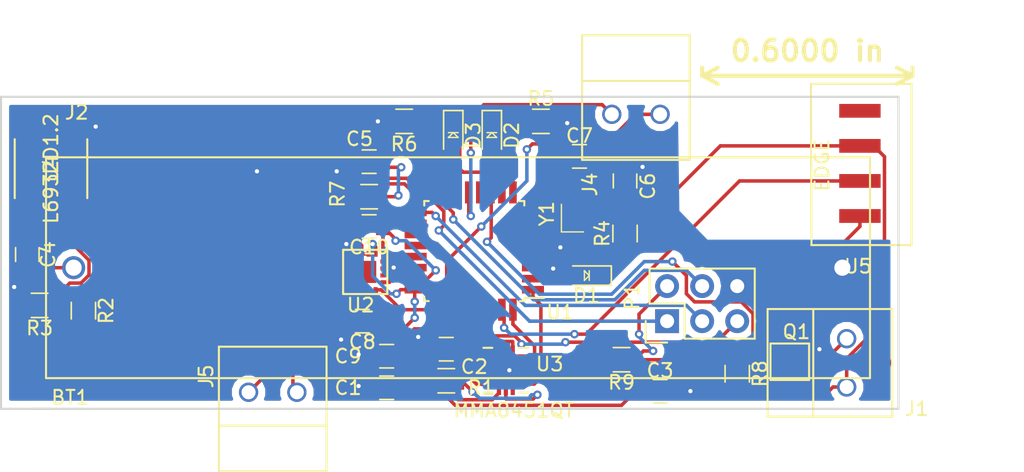
<source format=kicad_pcb>
(kicad_pcb (version 4) (host pcbnew 4.0.7-e2-6376~58~ubuntu16.04.1)

  (general
    (links 96)
    (no_connects 2)
    (area 106.604999 53.518999 171.779001 76.275001)
    (thickness 1.6)
    (drawings 8)
    (tracks 464)
    (zones 0)
    (modules 35)
    (nets 56)
  )

  (page A4)
  (layers
    (0 F.Cu signal)
    (31 B.Cu signal hide)
    (32 B.Adhes user)
    (33 F.Adhes user)
    (34 B.Paste user)
    (35 F.Paste user)
    (36 B.SilkS user)
    (37 F.SilkS user)
    (38 B.Mask user)
    (39 F.Mask user)
    (40 Dwgs.User user)
    (41 Cmts.User user)
    (42 Eco1.User user)
    (43 Eco2.User user)
    (44 Edge.Cuts user)
    (45 Margin user)
    (46 B.CrtYd user)
    (47 F.CrtYd user)
    (48 B.Fab user)
    (49 F.Fab user hide)
  )

  (setup
    (last_trace_width 0.254)
    (trace_clearance 0.1524)
    (zone_clearance 0.508)
    (zone_45_only no)
    (trace_min 0.254)
    (segment_width 0.2)
    (edge_width 0.15)
    (via_size 0.6096)
    (via_drill 0.3048)
    (via_min_size 0.6096)
    (via_min_drill 0.3048)
    (uvia_size 0.3)
    (uvia_drill 0.1)
    (uvias_allowed no)
    (uvia_min_size 0)
    (uvia_min_drill 0)
    (pcb_text_width 0.3)
    (pcb_text_size 1.5 1.5)
    (mod_edge_width 0.15)
    (mod_text_size 1 1)
    (mod_text_width 0.15)
    (pad_size 1.397 1.397)
    (pad_drill 1.02)
    (pad_to_mask_clearance 0.2)
    (aux_axis_origin 0 0)
    (visible_elements FFFEEF7F)
    (pcbplotparams
      (layerselection 0x00030_80000001)
      (usegerberextensions false)
      (excludeedgelayer true)
      (linewidth 0.100000)
      (plotframeref false)
      (viasonmask false)
      (mode 1)
      (useauxorigin false)
      (hpglpennumber 1)
      (hpglpenspeed 20)
      (hpglpendiameter 15)
      (hpglpenoverlay 2)
      (psnegative false)
      (psa4output false)
      (plotreference true)
      (plotvalue true)
      (plotinvisibletext false)
      (padsonsilk false)
      (subtractmaskfromsilk false)
      (outputformat 1)
      (mirror false)
      (drillshape 1)
      (scaleselection 1)
      (outputdirectory ""))
  )

  (net 0 "")
  (net 1 "Net-(U1-Pad12)")
  (net 2 "Net-(U1-Pad13)")
  (net 3 "Net-(U1-Pad19)")
  (net 4 "Net-(U1-Pad20)")
  (net 5 "Net-(U1-Pad22)")
  (net 6 "Net-(U1-Pad26)")
  (net 7 "Net-(U1-Pad30)")
  (net 8 +3V3)
  (net 9 GND)
  (net 10 /BYP)
  (net 11 /VIN)
  (net 12 "Net-(C5-Pad1)")
  (net 13 /PB6)
  (net 14 /PB7)
  (net 15 /PLED1)
  (net 16 "Net-(D1-Pad1)")
  (net 17 /PLED2)
  (net 18 "Net-(D2-Pad1)")
  (net 19 /PLED3)
  (net 20 "Net-(D3-Pad1)")
  (net 21 "Net-(J1-Pad2)")
  (net 22 /MISO)
  (net 23 /SCK)
  (net 24 /MOSI)
  (net 25 /RESET)
  (net 26 "Net-(R1-Pad1)")
  (net 27 /SEPERATE)
  (net 28 /INT2)
  (net 29 /Spi_config)
  (net 30 /SDA)
  (net 31 /SCL)
  (net 32 /INT1)
  (net 33 "Net-(J2-Pad1)")
  (net 34 "Net-(J2-Pad8)")
  (net 35 "Net-(R2-Pad2)")
  (net 36 "Net-(U3-Pad1)")
  (net 37 "Net-(U3-Pad3)")
  (net 38 "Net-(U3-Pad8)")
  (net 39 "Net-(U3-Pad13)")
  (net 40 "Net-(U3-Pad15)")
  (net 41 "Net-(U3-Pad16)")
  (net 42 /TX)
  (net 43 "Net-(U2-Pad8)")
  (net 44 "Net-(U2-Pad13)")
  (net 45 "Net-(U2-Pad2)")
  (net 46 "Net-(U2-Pad9)")
  (net 47 "Net-(U2-Pad10)")
  (net 48 "Net-(U2-Pad11)")
  (net 49 "Net-(U2-Pad12)")
  (net 50 "Net-(U5-Pad4)")
  (net 51 /ZOUT)
  (net 52 /XOUT)
  (net 53 /YOUT)
  (net 54 "Net-(J2-Pad9)")
  (net 55 "Net-(J2-Pad10)")

  (net_class Default "This is the default net class."
    (clearance 0.1524)
    (trace_width 0.254)
    (via_dia 0.6096)
    (via_drill 0.3048)
    (uvia_dia 0.3)
    (uvia_drill 0.1)
    (add_net +3V3)
    (add_net /BYP)
    (add_net /INT1)
    (add_net /INT2)
    (add_net /MISO)
    (add_net /MOSI)
    (add_net /PB6)
    (add_net /PB7)
    (add_net /PLED1)
    (add_net /PLED2)
    (add_net /PLED3)
    (add_net /RESET)
    (add_net /SCK)
    (add_net /SCL)
    (add_net /SDA)
    (add_net /SEPERATE)
    (add_net /Spi_config)
    (add_net /TX)
    (add_net /VIN)
    (add_net /XOUT)
    (add_net /YOUT)
    (add_net /ZOUT)
    (add_net GND)
    (add_net "Net-(C5-Pad1)")
    (add_net "Net-(D1-Pad1)")
    (add_net "Net-(D2-Pad1)")
    (add_net "Net-(D3-Pad1)")
    (add_net "Net-(J1-Pad2)")
    (add_net "Net-(J2-Pad1)")
    (add_net "Net-(J2-Pad10)")
    (add_net "Net-(J2-Pad8)")
    (add_net "Net-(J2-Pad9)")
    (add_net "Net-(R1-Pad1)")
    (add_net "Net-(R2-Pad2)")
    (add_net "Net-(U1-Pad12)")
    (add_net "Net-(U1-Pad13)")
    (add_net "Net-(U1-Pad19)")
    (add_net "Net-(U1-Pad20)")
    (add_net "Net-(U1-Pad22)")
    (add_net "Net-(U1-Pad26)")
    (add_net "Net-(U1-Pad30)")
    (add_net "Net-(U2-Pad10)")
    (add_net "Net-(U2-Pad11)")
    (add_net "Net-(U2-Pad12)")
    (add_net "Net-(U2-Pad13)")
    (add_net "Net-(U2-Pad2)")
    (add_net "Net-(U2-Pad8)")
    (add_net "Net-(U2-Pad9)")
    (add_net "Net-(U3-Pad1)")
    (add_net "Net-(U3-Pad13)")
    (add_net "Net-(U3-Pad15)")
    (add_net "Net-(U3-Pad16)")
    (add_net "Net-(U3-Pad3)")
    (add_net "Net-(U3-Pad8)")
    (add_net "Net-(U5-Pad4)")
  )

  (module footprints:Ultrafit_2 (layer F.Cu) (tedit 5AD4C831) (tstamp 5AD4C837)
    (at 124.615 75.001 90)
    (path /5ABC44C9)
    (fp_text reference J5 (at 1.1505 -3.076 90) (layer F.SilkS)
      (effects (font (size 1 1) (thickness 0.15)))
    )
    (fp_text value Ultrafit_2 (at 4.572 0.508 180) (layer F.Fab) hide
      (effects (font (size 1 1) (thickness 0.15)))
    )
    (fp_line (start -5.588 -2.032) (end -2.54 -2.032) (layer F.Fab) (width 0.15))
    (fp_line (start -2.54 -2.032) (end -2.54 5.588) (layer F.Fab) (width 0.15))
    (fp_line (start -2.54 5.588) (end -5.588 5.588) (layer F.Fab) (width 0.15))
    (fp_line (start -5.588 5.588) (end -5.588 -2.032) (layer F.Fab) (width 0.15))
    (fp_text user "6.55mm Clearance" (at -4.07 1.75 180) (layer F.Fab)
      (effects (font (size 0.5 0.5) (thickness 0.08)))
    )
    (fp_line (start -2.42 -2.15) (end -5.73 -2.15) (layer F.SilkS) (width 0.15))
    (fp_line (start -5.73 -2.15) (end -5.73 5.65) (layer F.SilkS) (width 0.15))
    (fp_line (start -5.73 5.65) (end -2.42 5.65) (layer F.SilkS) (width 0.15))
    (fp_line (start -2.42 5.65) (end 3.302 5.65) (layer F.SilkS) (width 0.15))
    (fp_line (start -2.42 -2.15) (end 3.302 -2.15) (layer F.SilkS) (width 0.15))
    (fp_line (start -2.42 5.65) (end -2.42 -2.15) (layer F.SilkS) (width 0.15))
    (fp_line (start 3.302 5.65) (end 3.302 -2.15) (layer F.SilkS) (width 0.15))
    (pad 2 thru_hole circle (at 0 0 90) (size 1.397 1.397) (drill 1.02) (layers *.Cu *.Mask)
      (net 54 "Net-(J2-Pad9)"))
    (pad 1 thru_hole circle (at 0 3.5 90) (size 1.397 1.397) (drill 1.02) (layers *.Cu *.Mask)
      (net 55 "Net-(J2-Pad10)"))
    (pad "" smd circle (at 2.23 1.75 90) (size 1.981 1.981) (layers Dwgs.User))
  )

  (module rocketry:battery_holder (layer F.Cu) (tedit 5AA5BC3D) (tstamp 5AD2C63C)
    (at 111.94 65.9765)
    (path /5ABA39D7)
    (fp_text reference BT1 (at -0.254 9.398) (layer F.SilkS)
      (effects (font (size 1 1) (thickness 0.15)))
    )
    (fp_text value "3.7V Lipo" (at 2.794 -9.398) (layer F.Fab)
      (effects (font (size 1 1) (thickness 0.15)))
    )
    (fp_line (start -2 8) (end -2 -8) (layer F.SilkS) (width 0.15))
    (fp_line (start 57.7 8) (end -2 8) (layer F.SilkS) (width 0.15))
    (fp_line (start 57.7 -8) (end 57.7 8) (layer F.SilkS) (width 0.15))
    (fp_line (start -2 -8) (end 57.7 -8) (layer F.SilkS) (width 0.15))
    (pad 1 thru_hole circle (at 0 0) (size 1.67 1.67) (drill 1.17) (layers *.Cu *.Mask)
      (net 11 /VIN))
    (pad 2 thru_hole circle (at 55.7 0) (size 1.67 1.67) (drill 1.17) (layers *.Cu *.Mask)
      (net 9 GND))
  )

  (module footprints:Ultrafit_2 (layer F.Cu) (tedit 5AD4C844) (tstamp 5AD4C221)
    (at 154.432 54.864 270)
    (path /5ABC44C9)
    (fp_text reference J4 (at 5.08 5.08 270) (layer F.SilkS)
      (effects (font (size 1 1) (thickness 0.15)))
    )
    (fp_text value Ultrafit_2 (at 4.572 0.508 360) (layer F.Fab) hide
      (effects (font (size 1 1) (thickness 0.15)))
    )
    (fp_line (start -5.588 -2.032) (end -2.54 -2.032) (layer F.Fab) (width 0.15))
    (fp_line (start -2.54 -2.032) (end -2.54 5.588) (layer F.Fab) (width 0.15))
    (fp_line (start -2.54 5.588) (end -5.588 5.588) (layer F.Fab) (width 0.15))
    (fp_line (start -5.588 5.588) (end -5.588 -2.032) (layer F.Fab) (width 0.15))
    (fp_text user "6.55mm Clearance" (at -4.07 1.75 360) (layer F.Fab)
      (effects (font (size 0.5 0.5) (thickness 0.08)))
    )
    (fp_line (start -2.42 -2.15) (end -5.73 -2.15) (layer F.SilkS) (width 0.15))
    (fp_line (start -5.73 -2.15) (end -5.73 5.65) (layer F.SilkS) (width 0.15))
    (fp_line (start -5.73 5.65) (end -2.42 5.65) (layer F.SilkS) (width 0.15))
    (fp_line (start -2.42 5.65) (end 3.302 5.65) (layer F.SilkS) (width 0.15))
    (fp_line (start -2.42 -2.15) (end 3.302 -2.15) (layer F.SilkS) (width 0.15))
    (fp_line (start -2.42 5.65) (end -2.42 -2.15) (layer F.SilkS) (width 0.15))
    (fp_line (start 3.302 5.65) (end 3.302 -2.15) (layer F.SilkS) (width 0.15))
    (pad 2 thru_hole circle (at 0 0 270) (size 1.397 1.397) (drill 1.02) (layers *.Cu *.Mask)
      (net 6 "Net-(U1-Pad26)"))
    (pad 1 thru_hole circle (at 0 3.5 270) (size 1.397 1.397) (drill 1.02) (layers *.Cu *.Mask)
      (net 2 "Net-(U1-Pad13)"))
    (pad "" smd circle (at 2.23 1.75 270) (size 1.981 1.981) (layers Dwgs.User))
  )

  (module rocketry:SD-Card (layer F.Cu) (tedit 5AD2C4A4) (tstamp 5AD2C8FC)
    (at 114.3785 55.8605)
    (path /5ABA3E17)
    (fp_text reference J2 (at -2.216 -1.136) (layer F.SilkS)
      (effects (font (size 1 1) (thickness 0.15)))
    )
    (fp_text value Micro_SD_Card_Det (at 4.134 -1.136) (layer F.Fab)
      (effects (font (size 1 1) (thickness 0.15)))
    )
    (fp_line (start 13.716 14.224) (end 14.732 13.716) (layer Dwgs.User) (width 0.15))
    (fp_line (start 13.716 13.208) (end 14.732 12.7) (layer Dwgs.User) (width 0.15))
    (fp_line (start 13.716 12.192) (end 14.732 11.684) (layer Dwgs.User) (width 0.15))
    (fp_line (start 13.716 11.176) (end 14.732 10.668) (layer Dwgs.User) (width 0.15))
    (fp_line (start 13.716 10.16) (end 14.732 9.652) (layer Dwgs.User) (width 0.15))
    (fp_line (start 13.716 9.144) (end 14.732 8.636) (layer Dwgs.User) (width 0.15))
    (fp_line (start 13.716 8.128) (end 14.732 7.62) (layer Dwgs.User) (width 0.15))
    (fp_line (start 13.716 7.112) (end 14.732 6.604) (layer Dwgs.User) (width 0.15))
    (fp_line (start 13.716 6.096) (end 14.732 5.588) (layer Dwgs.User) (width 0.15))
    (fp_line (start 13.716 5.08) (end 14.732 4.572) (layer Dwgs.User) (width 0.15))
    (fp_line (start 13.716 4.064) (end 14.732 3.556) (layer Dwgs.User) (width 0.15))
    (fp_line (start 13.716 3.048) (end 14.732 2.54) (layer Dwgs.User) (width 0.15))
    (fp_line (start 13.716 2.032) (end 14.732 1.524) (layer Dwgs.User) (width 0.15))
    (fp_line (start 13.716 1.016) (end 14.732 0.508) (layer Dwgs.User) (width 0.15))
    (fp_line (start 13.589 -0.254) (end 15.113 -0.254) (layer Dwgs.User) (width 0.15))
    (fp_line (start 13.589 14.605) (end 15.113 14.605) (layer Dwgs.User) (width 0.15))
    (fp_line (start 15.113 14.605) (end 15.113 -0.254) (layer Dwgs.User) (width 0.15))
    (fp_line (start 13.589 -0.254) (end 13.589 14.605) (layer Dwgs.User) (width 0.15))
    (fp_line (start 0.75 15.5) (end 4 13.5) (layer Dwgs.User) (width 0.15))
    (fp_line (start 0.75 14.5) (end 4 11.5) (layer Dwgs.User) (width 0.15))
    (fp_line (start 0.75 13) (end 4 9.75) (layer Dwgs.User) (width 0.15))
    (fp_line (start 0.75 11.25) (end 4 7.5) (layer Dwgs.User) (width 0.15))
    (fp_line (start 0.75 9.5) (end 4 5.75) (layer Dwgs.User) (width 0.15))
    (fp_line (start 0.75 8) (end 4 4) (layer Dwgs.User) (width 0.15))
    (fp_line (start 0.75 6.25) (end 4 2.25) (layer Dwgs.User) (width 0.15))
    (fp_line (start 0.75 4.75) (end 4 0.5) (layer Dwgs.User) (width 0.15))
    (fp_line (start 0.75 3.5) (end 3.5 -0.25) (layer Dwgs.User) (width 0.15))
    (fp_line (start 0.75 2) (end 2.5 -0.25) (layer Dwgs.User) (width 0.15))
    (fp_line (start 0.75 0.75) (end 1.5 -0.25) (layer Dwgs.User) (width 0.15))
    (fp_line (start 0.75 15.65) (end 0.75 -0.25) (layer Dwgs.User) (width 0.15))
    (fp_line (start 4 15.65) (end 0.75 15.65) (layer Dwgs.User) (width 0.15))
    (fp_line (start 4 -0.25) (end 4 15.65) (layer Dwgs.User) (width 0.15))
    (fp_line (start 0.75 -0.25) (end 4 -0.25) (layer Dwgs.User) (width 0.15))
    (pad 1 smd rect (at 5.265 4.45) (size 0.5 1) (layers F.Cu F.Paste F.Mask)
      (net 33 "Net-(J2-Pad1)"))
    (pad "" connect rect (at 0.375 1.65) (size 0.75 3.3) (layers F.Cu F.Mask))
    (pad 2 smd rect (at 6.365 4.45) (size 0.5 1) (layers F.Cu F.Paste F.Mask)
      (net 29 /Spi_config))
    (pad 3 smd rect (at 7.465 4.45) (size 0.5 1) (layers F.Cu F.Paste F.Mask)
      (net 24 /MOSI))
    (pad 4 smd rect (at 8.565 4.45) (size 0.5 1) (layers F.Cu F.Paste F.Mask)
      (net 8 +3V3))
    (pad 5 smd rect (at 9.665 4.45) (size 0.5 1) (layers F.Cu F.Paste F.Mask)
      (net 23 /SCK))
    (pad 6 smd rect (at 10.765 4.45) (size 0.5 1) (layers F.Cu F.Paste F.Mask)
      (net 9 GND))
    (pad 7 smd rect (at 11.865 4.45) (size 0.5 1) (layers F.Cu F.Paste F.Mask)
      (net 22 /MISO))
    (pad 8 smd rect (at 12.965 4.45) (size 0.5 1) (layers F.Cu F.Paste F.Mask)
      (net 34 "Net-(J2-Pad8)"))
    (pad "" smd rect (at 0.375 9.1) (size 0.75 2.1) (layers F.Cu F.Paste F.Mask))
    (pad "" smd rect (at 0.375 14.35) (size 0.75 2.6) (layers F.Cu F.Paste F.Mask))
    (pad "" smd rect (at 15.575 0.25) (size 0.85 2.5) (layers F.Cu F.Paste F.Mask))
    (pad "" smd rect (at 15.625 7.37) (size 0.75 2.1) (layers F.Cu F.Paste F.Mask))
    (pad "" smd rect (at 15.625 14.6) (size 0.75 2.1) (layers F.Cu F.Paste F.Mask))
    (pad "" smd rect (at 5.7 15.45) (size 2.1 0.4) (layers F.Cu F.Paste F.Mask))
    (pad "" smd rect (at 9.4 15.45) (size 2.1 0.4) (layers F.Cu F.Paste F.Mask))
    (pad 9 smd rect (at 11.96 15.175) (size 0.9 0.95) (layers F.Cu F.Paste F.Mask)
      (net 54 "Net-(J2-Pad9)"))
    (pad 10 smd rect (at 13.45 15.175) (size 0.8 0.95) (layers F.Cu F.Paste F.Mask)
      (net 55 "Net-(J2-Pad10)"))
    (model "/home/corey/Desktop/OlinRocketryClub/3d files/micro-sd/TopPads_sp.wrl"
      (at (xyz 0 0 0))
      (scale (xyz 1 1 1))
      (rotate (xyz 0 0 0))
    )
  )

  (module footprints:Ultrafit_2 (layer F.Cu) (tedit 5AD4C27B) (tstamp 5ACFD55B)
    (at 167.95 71.12)
    (path /5ABC44C9)
    (fp_text reference J1 (at 5.08 5.08) (layer F.SilkS)
      (effects (font (size 1 1) (thickness 0.15)))
    )
    (fp_text value Ultrafit_2 (at 4.572 0.508 90) (layer F.Fab) hide
      (effects (font (size 1 1) (thickness 0.15)))
    )
    (fp_line (start -5.588 -2.032) (end -2.54 -2.032) (layer F.Fab) (width 0.15))
    (fp_line (start -2.54 -2.032) (end -2.54 5.588) (layer F.Fab) (width 0.15))
    (fp_line (start -2.54 5.588) (end -5.588 5.588) (layer F.Fab) (width 0.15))
    (fp_line (start -5.588 5.588) (end -5.588 -2.032) (layer F.Fab) (width 0.15))
    (fp_text user "6.55mm Clearance" (at -4.07 1.75 90) (layer F.Fab)
      (effects (font (size 0.5 0.5) (thickness 0.08)))
    )
    (fp_line (start -2.42 -2.15) (end -5.73 -2.15) (layer F.SilkS) (width 0.15))
    (fp_line (start -5.73 -2.15) (end -5.73 5.65) (layer F.SilkS) (width 0.15))
    (fp_line (start -5.73 5.65) (end -2.42 5.65) (layer F.SilkS) (width 0.15))
    (fp_line (start -2.42 5.65) (end 3.302 5.65) (layer F.SilkS) (width 0.15))
    (fp_line (start -2.42 -2.15) (end 3.302 -2.15) (layer F.SilkS) (width 0.15))
    (fp_line (start -2.42 5.65) (end -2.42 -2.15) (layer F.SilkS) (width 0.15))
    (fp_line (start 3.302 5.65) (end 3.302 -2.15) (layer F.SilkS) (width 0.15))
    (pad 2 thru_hole circle (at 0 0) (size 1.397 1.397) (drill 1.02) (layers *.Cu *.Mask)
      (net 21 "Net-(J1-Pad2)"))
    (pad 1 thru_hole circle (at 0 3.5) (size 1.397 1.397) (drill 1.02) (layers *.Cu *.Mask)
      (net 8 +3V3))
    (pad "" smd circle (at 2.23 1.75) (size 1.981 1.981) (layers F.Cu Dwgs.User))
  )

  (module Housings_QFP:TQFP-32_7x7mm_Pitch0.8mm (layer F.Cu) (tedit 58CC9A48) (tstamp 5AA5DB7E)
    (at 140.97 64.77 180)
    (descr "32-Lead Plastic Thin Quad Flatpack (PT) - 7x7x1.0 mm Body, 2.00 mm [TQFP] (see Microchip Packaging Specification 00000049BS.pdf)")
    (tags "QFP 0.8")
    (path /5A8B2ED4)
    (attr smd)
    (fp_text reference U1 (at -6.223 -4.445 180) (layer F.SilkS)
      (effects (font (size 1 1) (thickness 0.15)))
    )
    (fp_text value ATMEGA328P-AU (at 0 6.05 180) (layer F.Fab)
      (effects (font (size 1 1) (thickness 0.15)))
    )
    (fp_text user %R (at 0 0 180) (layer F.Fab)
      (effects (font (size 1 1) (thickness 0.15)))
    )
    (fp_line (start -2.5 -3.5) (end 3.5 -3.5) (layer F.Fab) (width 0.15))
    (fp_line (start 3.5 -3.5) (end 3.5 3.5) (layer F.Fab) (width 0.15))
    (fp_line (start 3.5 3.5) (end -3.5 3.5) (layer F.Fab) (width 0.15))
    (fp_line (start -3.5 3.5) (end -3.5 -2.5) (layer F.Fab) (width 0.15))
    (fp_line (start -3.5 -2.5) (end -2.5 -3.5) (layer F.Fab) (width 0.15))
    (fp_line (start -5.3 -5.3) (end -5.3 5.3) (layer F.CrtYd) (width 0.05))
    (fp_line (start 5.3 -5.3) (end 5.3 5.3) (layer F.CrtYd) (width 0.05))
    (fp_line (start -5.3 -5.3) (end 5.3 -5.3) (layer F.CrtYd) (width 0.05))
    (fp_line (start -5.3 5.3) (end 5.3 5.3) (layer F.CrtYd) (width 0.05))
    (fp_line (start -3.625 -3.625) (end -3.625 -3.4) (layer F.SilkS) (width 0.15))
    (fp_line (start 3.625 -3.625) (end 3.625 -3.3) (layer F.SilkS) (width 0.15))
    (fp_line (start 3.625 3.625) (end 3.625 3.3) (layer F.SilkS) (width 0.15))
    (fp_line (start -3.625 3.625) (end -3.625 3.3) (layer F.SilkS) (width 0.15))
    (fp_line (start -3.625 -3.625) (end -3.3 -3.625) (layer F.SilkS) (width 0.15))
    (fp_line (start -3.625 3.625) (end -3.3 3.625) (layer F.SilkS) (width 0.15))
    (fp_line (start 3.625 3.625) (end 3.3 3.625) (layer F.SilkS) (width 0.15))
    (fp_line (start 3.625 -3.625) (end 3.3 -3.625) (layer F.SilkS) (width 0.15))
    (fp_line (start -3.625 -3.4) (end -5.05 -3.4) (layer F.SilkS) (width 0.15))
    (pad 1 smd rect (at -4.25 -2.8 180) (size 1.6 0.55) (layers F.Cu F.Paste F.Mask)
      (net 28 /INT2))
    (pad 2 smd rect (at -4.25 -2 180) (size 1.6 0.55) (layers F.Cu F.Paste F.Mask)
      (net 15 /PLED1))
    (pad 3 smd rect (at -4.25 -1.2 180) (size 1.6 0.55) (layers F.Cu F.Paste F.Mask)
      (net 9 GND))
    (pad 4 smd rect (at -4.25 -0.4 180) (size 1.6 0.55) (layers F.Cu F.Paste F.Mask)
      (net 8 +3V3))
    (pad 5 smd rect (at -4.25 0.4 180) (size 1.6 0.55) (layers F.Cu F.Paste F.Mask)
      (net 9 GND))
    (pad 6 smd rect (at -4.25 1.2 180) (size 1.6 0.55) (layers F.Cu F.Paste F.Mask)
      (net 8 +3V3))
    (pad 7 smd rect (at -4.25 2 180) (size 1.6 0.55) (layers F.Cu F.Paste F.Mask)
      (net 13 /PB6))
    (pad 8 smd rect (at -4.25 2.8 180) (size 1.6 0.55) (layers F.Cu F.Paste F.Mask)
      (net 14 /PB7))
    (pad 9 smd rect (at -2.8 4.25 270) (size 1.6 0.55) (layers F.Cu F.Paste F.Mask)
      (net 17 /PLED2))
    (pad 10 smd rect (at -2 4.25 270) (size 1.6 0.55) (layers F.Cu F.Paste F.Mask)
      (net 19 /PLED3))
    (pad 11 smd rect (at -1.2 4.25 270) (size 1.6 0.55) (layers F.Cu F.Paste F.Mask)
      (net 27 /SEPERATE))
    (pad 12 smd rect (at -0.4 4.25 270) (size 1.6 0.55) (layers F.Cu F.Paste F.Mask)
      (net 1 "Net-(U1-Pad12)"))
    (pad 13 smd rect (at 0.4 4.25 270) (size 1.6 0.55) (layers F.Cu F.Paste F.Mask)
      (net 2 "Net-(U1-Pad13)"))
    (pad 14 smd rect (at 1.2 4.25 270) (size 1.6 0.55) (layers F.Cu F.Paste F.Mask)
      (net 29 /Spi_config))
    (pad 15 smd rect (at 2 4.25 270) (size 1.6 0.55) (layers F.Cu F.Paste F.Mask)
      (net 24 /MOSI))
    (pad 16 smd rect (at 2.8 4.25 270) (size 1.6 0.55) (layers F.Cu F.Paste F.Mask)
      (net 22 /MISO))
    (pad 17 smd rect (at 4.25 2.8 180) (size 1.6 0.55) (layers F.Cu F.Paste F.Mask)
      (net 23 /SCK))
    (pad 18 smd rect (at 4.25 2 180) (size 1.6 0.55) (layers F.Cu F.Paste F.Mask)
      (net 12 "Net-(C5-Pad1)"))
    (pad 19 smd rect (at 4.25 1.2 180) (size 1.6 0.55) (layers F.Cu F.Paste F.Mask)
      (net 3 "Net-(U1-Pad19)"))
    (pad 20 smd rect (at 4.25 0.4 180) (size 1.6 0.55) (layers F.Cu F.Paste F.Mask)
      (net 4 "Net-(U1-Pad20)"))
    (pad 21 smd rect (at 4.25 -0.4 180) (size 1.6 0.55) (layers F.Cu F.Paste F.Mask)
      (net 9 GND))
    (pad 22 smd rect (at 4.25 -1.2 180) (size 1.6 0.55) (layers F.Cu F.Paste F.Mask)
      (net 5 "Net-(U1-Pad22)"))
    (pad 23 smd rect (at 4.25 -2 180) (size 1.6 0.55) (layers F.Cu F.Paste F.Mask)
      (net 53 /YOUT))
    (pad 24 smd rect (at 4.25 -2.8 180) (size 1.6 0.55) (layers F.Cu F.Paste F.Mask)
      (net 52 /XOUT))
    (pad 25 smd rect (at 2.8 -4.25 270) (size 1.6 0.55) (layers F.Cu F.Paste F.Mask)
      (net 51 /ZOUT))
    (pad 26 smd rect (at 2 -4.25 270) (size 1.6 0.55) (layers F.Cu F.Paste F.Mask)
      (net 6 "Net-(U1-Pad26)"))
    (pad 27 smd rect (at 1.2 -4.25 270) (size 1.6 0.55) (layers F.Cu F.Paste F.Mask)
      (net 30 /SDA))
    (pad 28 smd rect (at 0.4 -4.25 270) (size 1.6 0.55) (layers F.Cu F.Paste F.Mask)
      (net 31 /SCL))
    (pad 29 smd rect (at -0.4 -4.25 270) (size 1.6 0.55) (layers F.Cu F.Paste F.Mask)
      (net 25 /RESET))
    (pad 30 smd rect (at -1.2 -4.25 270) (size 1.6 0.55) (layers F.Cu F.Paste F.Mask)
      (net 7 "Net-(U1-Pad30)"))
    (pad 31 smd rect (at -2 -4.25 270) (size 1.6 0.55) (layers F.Cu F.Paste F.Mask)
      (net 42 /TX))
    (pad 32 smd rect (at -2.8 -4.25 270) (size 1.6 0.55) (layers F.Cu F.Paste F.Mask)
      (net 32 /INT1))
    (model ${KISYS3DMOD}/Housings_QFP.3dshapes/TQFP-32_7x7mm_Pitch0.8mm.wrl
      (at (xyz 0 0 0))
      (scale (xyz 1 1 1))
      (rotate (xyz 0 0 0))
    )
  )

  (module footprints:C_0805_OEM (layer F.Cu) (tedit 59F250E7) (tstamp 5ACFD49D)
    (at 134.62 74.676 180)
    (descr "Capacitor SMD 0805, reflow soldering, AVX (see smccp.pdf)")
    (tags "capacitor 0805")
    (path /5AC40F79)
    (attr smd)
    (fp_text reference C1 (at 2.794 0 180) (layer F.SilkS)
      (effects (font (size 1 1) (thickness 0.15)))
    )
    (fp_text value C_0.1uF (at 0 1.75 180) (layer F.Fab) hide
      (effects (font (size 1 1) (thickness 0.15)))
    )
    (fp_line (start -1 0.62) (end -1 -0.62) (layer F.Fab) (width 0.1))
    (fp_line (start 1 0.62) (end -1 0.62) (layer F.Fab) (width 0.1))
    (fp_line (start 1 -0.62) (end 1 0.62) (layer F.Fab) (width 0.1))
    (fp_line (start -1 -0.62) (end 1 -0.62) (layer F.Fab) (width 0.1))
    (fp_line (start 0.5 -0.85) (end -0.5 -0.85) (layer F.SilkS) (width 0.12))
    (fp_line (start -0.5 0.85) (end 0.5 0.85) (layer F.SilkS) (width 0.12))
    (fp_line (start -1.75 -0.88) (end 1.75 -0.88) (layer F.CrtYd) (width 0.05))
    (fp_line (start -1.75 -0.88) (end -1.75 0.87) (layer F.CrtYd) (width 0.05))
    (fp_line (start 1.75 0.87) (end 1.75 -0.88) (layer F.CrtYd) (width 0.05))
    (fp_line (start 1.75 0.87) (end -1.75 0.87) (layer F.CrtYd) (width 0.05))
    (pad 1 smd rect (at -1 0 180) (size 1 1.25) (layers F.Cu F.Paste F.Mask)
      (net 8 +3V3))
    (pad 2 smd rect (at 1 0 180) (size 1 1.25) (layers F.Cu F.Paste F.Mask)
      (net 9 GND))
    (model /home/josh/Formula/OEM_Preferred_Parts/3DModels/C_0805_OEM/C_0805.wrl
      (at (xyz 0 0 0))
      (scale (xyz 1 1 1))
      (rotate (xyz 0 0 0))
    )
  )

  (module footprints:C_0805_OEM (layer F.Cu) (tedit 59F250E7) (tstamp 5ACFD4AD)
    (at 138.938 71.882 180)
    (descr "Capacitor SMD 0805, reflow soldering, AVX (see smccp.pdf)")
    (tags "capacitor 0805")
    (path /5AC416EE)
    (attr smd)
    (fp_text reference C2 (at -2.032 -1.27 180) (layer F.SilkS)
      (effects (font (size 1 1) (thickness 0.15)))
    )
    (fp_text value C_0.1uF (at 0 1.75 180) (layer F.Fab) hide
      (effects (font (size 1 1) (thickness 0.15)))
    )
    (fp_line (start -1 0.62) (end -1 -0.62) (layer F.Fab) (width 0.1))
    (fp_line (start 1 0.62) (end -1 0.62) (layer F.Fab) (width 0.1))
    (fp_line (start 1 -0.62) (end 1 0.62) (layer F.Fab) (width 0.1))
    (fp_line (start -1 -0.62) (end 1 -0.62) (layer F.Fab) (width 0.1))
    (fp_line (start 0.5 -0.85) (end -0.5 -0.85) (layer F.SilkS) (width 0.12))
    (fp_line (start -0.5 0.85) (end 0.5 0.85) (layer F.SilkS) (width 0.12))
    (fp_line (start -1.75 -0.88) (end 1.75 -0.88) (layer F.CrtYd) (width 0.05))
    (fp_line (start -1.75 -0.88) (end -1.75 0.87) (layer F.CrtYd) (width 0.05))
    (fp_line (start 1.75 0.87) (end 1.75 -0.88) (layer F.CrtYd) (width 0.05))
    (fp_line (start 1.75 0.87) (end -1.75 0.87) (layer F.CrtYd) (width 0.05))
    (pad 1 smd rect (at -1 0 180) (size 1 1.25) (layers F.Cu F.Paste F.Mask)
      (net 10 /BYP))
    (pad 2 smd rect (at 1 0 180) (size 1 1.25) (layers F.Cu F.Paste F.Mask)
      (net 9 GND))
    (model /home/josh/Formula/OEM_Preferred_Parts/3DModels/C_0805_OEM/C_0805.wrl
      (at (xyz 0 0 0))
      (scale (xyz 1 1 1))
      (rotate (xyz 0 0 0))
    )
  )

  (module footprints:C_0805_OEM (layer F.Cu) (tedit 59F250E7) (tstamp 5ACFD4BD)
    (at 154.432 74.93)
    (descr "Capacitor SMD 0805, reflow soldering, AVX (see smccp.pdf)")
    (tags "capacitor 0805")
    (path /5AC40A51)
    (attr smd)
    (fp_text reference C3 (at 0 -1.5) (layer F.SilkS)
      (effects (font (size 1 1) (thickness 0.15)))
    )
    (fp_text value C_10uF (at 0 1.75) (layer F.Fab) hide
      (effects (font (size 1 1) (thickness 0.15)))
    )
    (fp_line (start -1 0.62) (end -1 -0.62) (layer F.Fab) (width 0.1))
    (fp_line (start 1 0.62) (end -1 0.62) (layer F.Fab) (width 0.1))
    (fp_line (start 1 -0.62) (end 1 0.62) (layer F.Fab) (width 0.1))
    (fp_line (start -1 -0.62) (end 1 -0.62) (layer F.Fab) (width 0.1))
    (fp_line (start 0.5 -0.85) (end -0.5 -0.85) (layer F.SilkS) (width 0.12))
    (fp_line (start -0.5 0.85) (end 0.5 0.85) (layer F.SilkS) (width 0.12))
    (fp_line (start -1.75 -0.88) (end 1.75 -0.88) (layer F.CrtYd) (width 0.05))
    (fp_line (start -1.75 -0.88) (end -1.75 0.87) (layer F.CrtYd) (width 0.05))
    (fp_line (start 1.75 0.87) (end 1.75 -0.88) (layer F.CrtYd) (width 0.05))
    (fp_line (start 1.75 0.87) (end -1.75 0.87) (layer F.CrtYd) (width 0.05))
    (pad 1 smd rect (at -1 0) (size 1 1.25) (layers F.Cu F.Paste F.Mask)
      (net 8 +3V3))
    (pad 2 smd rect (at 1 0) (size 1 1.25) (layers F.Cu F.Paste F.Mask)
      (net 9 GND))
    (model /home/josh/Formula/OEM_Preferred_Parts/3DModels/C_0805_OEM/C_0805.wrl
      (at (xyz 0 0 0))
      (scale (xyz 1 1 1))
      (rotate (xyz 0 0 0))
    )
  )

  (module footprints:C_0805_OEM (layer F.Cu) (tedit 59F250E7) (tstamp 5ACFD4CD)
    (at 108.585 65.024 270)
    (descr "Capacitor SMD 0805, reflow soldering, AVX (see smccp.pdf)")
    (tags "capacitor 0805")
    (path /5AC43E21)
    (attr smd)
    (fp_text reference C4 (at 0 -1.5 270) (layer F.SilkS)
      (effects (font (size 1 1) (thickness 0.15)))
    )
    (fp_text value C_10uF (at 0 1.75 270) (layer F.Fab) hide
      (effects (font (size 1 1) (thickness 0.15)))
    )
    (fp_line (start -1 0.62) (end -1 -0.62) (layer F.Fab) (width 0.1))
    (fp_line (start 1 0.62) (end -1 0.62) (layer F.Fab) (width 0.1))
    (fp_line (start 1 -0.62) (end 1 0.62) (layer F.Fab) (width 0.1))
    (fp_line (start -1 -0.62) (end 1 -0.62) (layer F.Fab) (width 0.1))
    (fp_line (start 0.5 -0.85) (end -0.5 -0.85) (layer F.SilkS) (width 0.12))
    (fp_line (start -0.5 0.85) (end 0.5 0.85) (layer F.SilkS) (width 0.12))
    (fp_line (start -1.75 -0.88) (end 1.75 -0.88) (layer F.CrtYd) (width 0.05))
    (fp_line (start -1.75 -0.88) (end -1.75 0.87) (layer F.CrtYd) (width 0.05))
    (fp_line (start 1.75 0.87) (end 1.75 -0.88) (layer F.CrtYd) (width 0.05))
    (fp_line (start 1.75 0.87) (end -1.75 0.87) (layer F.CrtYd) (width 0.05))
    (pad 1 smd rect (at -1 0 270) (size 1 1.25) (layers F.Cu F.Paste F.Mask)
      (net 11 /VIN))
    (pad 2 smd rect (at 1 0 270) (size 1 1.25) (layers F.Cu F.Paste F.Mask)
      (net 9 GND))
    (model /home/josh/Formula/OEM_Preferred_Parts/3DModels/C_0805_OEM/C_0805.wrl
      (at (xyz 0 0 0))
      (scale (xyz 1 1 1))
      (rotate (xyz 0 0 0))
    )
  )

  (module footprints:C_0805_OEM (layer F.Cu) (tedit 5AD4C8AA) (tstamp 5ACFD4DD)
    (at 133.35 58.293 180)
    (descr "Capacitor SMD 0805, reflow soldering, AVX (see smccp.pdf)")
    (tags "capacitor 0805")
    (path /5ABBF093)
    (attr smd)
    (fp_text reference C5 (at 0.6985 1.651 180) (layer F.SilkS)
      (effects (font (size 1 1) (thickness 0.15)))
    )
    (fp_text value C_100pF (at 0 1.75 180) (layer F.Fab) hide
      (effects (font (size 1 1) (thickness 0.15)))
    )
    (fp_line (start -1 0.62) (end -1 -0.62) (layer F.Fab) (width 0.1))
    (fp_line (start 1 0.62) (end -1 0.62) (layer F.Fab) (width 0.1))
    (fp_line (start 1 -0.62) (end 1 0.62) (layer F.Fab) (width 0.1))
    (fp_line (start -1 -0.62) (end 1 -0.62) (layer F.Fab) (width 0.1))
    (fp_line (start 0.5 -0.85) (end -0.5 -0.85) (layer F.SilkS) (width 0.12))
    (fp_line (start -0.5 0.85) (end 0.5 0.85) (layer F.SilkS) (width 0.12))
    (fp_line (start -1.75 -0.88) (end 1.75 -0.88) (layer F.CrtYd) (width 0.05))
    (fp_line (start -1.75 -0.88) (end -1.75 0.87) (layer F.CrtYd) (width 0.05))
    (fp_line (start 1.75 0.87) (end 1.75 -0.88) (layer F.CrtYd) (width 0.05))
    (fp_line (start 1.75 0.87) (end -1.75 0.87) (layer F.CrtYd) (width 0.05))
    (pad 1 smd rect (at -1 0 180) (size 1 1.25) (layers F.Cu F.Paste F.Mask)
      (net 12 "Net-(C5-Pad1)"))
    (pad 2 smd rect (at 1 0 180) (size 1 1.25) (layers F.Cu F.Paste F.Mask)
      (net 9 GND))
    (model /home/josh/Formula/OEM_Preferred_Parts/3DModels/C_0805_OEM/C_0805.wrl
      (at (xyz 0 0 0))
      (scale (xyz 1 1 1))
      (rotate (xyz 0 0 0))
    )
  )

  (module footprints:C_0805_OEM (layer F.Cu) (tedit 59F250E7) (tstamp 5ACFD4ED)
    (at 151.892 59.69 90)
    (descr "Capacitor SMD 0805, reflow soldering, AVX (see smccp.pdf)")
    (tags "capacitor 0805")
    (path /5ACF00B7)
    (attr smd)
    (fp_text reference C6 (at -0.381 1.651 90) (layer F.SilkS)
      (effects (font (size 1 1) (thickness 0.15)))
    )
    (fp_text value C_30pF (at 0 1.75 90) (layer F.Fab) hide
      (effects (font (size 1 1) (thickness 0.15)))
    )
    (fp_line (start -1 0.62) (end -1 -0.62) (layer F.Fab) (width 0.1))
    (fp_line (start 1 0.62) (end -1 0.62) (layer F.Fab) (width 0.1))
    (fp_line (start 1 -0.62) (end 1 0.62) (layer F.Fab) (width 0.1))
    (fp_line (start -1 -0.62) (end 1 -0.62) (layer F.Fab) (width 0.1))
    (fp_line (start 0.5 -0.85) (end -0.5 -0.85) (layer F.SilkS) (width 0.12))
    (fp_line (start -0.5 0.85) (end 0.5 0.85) (layer F.SilkS) (width 0.12))
    (fp_line (start -1.75 -0.88) (end 1.75 -0.88) (layer F.CrtYd) (width 0.05))
    (fp_line (start -1.75 -0.88) (end -1.75 0.87) (layer F.CrtYd) (width 0.05))
    (fp_line (start 1.75 0.87) (end 1.75 -0.88) (layer F.CrtYd) (width 0.05))
    (fp_line (start 1.75 0.87) (end -1.75 0.87) (layer F.CrtYd) (width 0.05))
    (pad 1 smd rect (at -1 0 90) (size 1 1.25) (layers F.Cu F.Paste F.Mask)
      (net 13 /PB6))
    (pad 2 smd rect (at 1 0 90) (size 1 1.25) (layers F.Cu F.Paste F.Mask)
      (net 9 GND))
    (model /home/josh/Formula/OEM_Preferred_Parts/3DModels/C_0805_OEM/C_0805.wrl
      (at (xyz 0 0 0))
      (scale (xyz 1 1 1))
      (rotate (xyz 0 0 0))
    )
  )

  (module footprints:C_0805_OEM (layer F.Cu) (tedit 59F250E7) (tstamp 5ACFD4FD)
    (at 148.59 57.912)
    (descr "Capacitor SMD 0805, reflow soldering, AVX (see smccp.pdf)")
    (tags "capacitor 0805")
    (path /5ACF0160)
    (attr smd)
    (fp_text reference C7 (at 0 -1.5) (layer F.SilkS)
      (effects (font (size 1 1) (thickness 0.15)))
    )
    (fp_text value C_30pF (at 0 1.75) (layer F.Fab) hide
      (effects (font (size 1 1) (thickness 0.15)))
    )
    (fp_line (start -1 0.62) (end -1 -0.62) (layer F.Fab) (width 0.1))
    (fp_line (start 1 0.62) (end -1 0.62) (layer F.Fab) (width 0.1))
    (fp_line (start 1 -0.62) (end 1 0.62) (layer F.Fab) (width 0.1))
    (fp_line (start -1 -0.62) (end 1 -0.62) (layer F.Fab) (width 0.1))
    (fp_line (start 0.5 -0.85) (end -0.5 -0.85) (layer F.SilkS) (width 0.12))
    (fp_line (start -0.5 0.85) (end 0.5 0.85) (layer F.SilkS) (width 0.12))
    (fp_line (start -1.75 -0.88) (end 1.75 -0.88) (layer F.CrtYd) (width 0.05))
    (fp_line (start -1.75 -0.88) (end -1.75 0.87) (layer F.CrtYd) (width 0.05))
    (fp_line (start 1.75 0.87) (end 1.75 -0.88) (layer F.CrtYd) (width 0.05))
    (fp_line (start 1.75 0.87) (end -1.75 0.87) (layer F.CrtYd) (width 0.05))
    (pad 1 smd rect (at -1 0) (size 1 1.25) (layers F.Cu F.Paste F.Mask)
      (net 14 /PB7))
    (pad 2 smd rect (at 1 0) (size 1 1.25) (layers F.Cu F.Paste F.Mask)
      (net 9 GND))
    (model /home/josh/Formula/OEM_Preferred_Parts/3DModels/C_0805_OEM/C_0805.wrl
      (at (xyz 0 0 0))
      (scale (xyz 1 1 1))
      (rotate (xyz 0 0 0))
    )
  )

  (module footprints:LED_0805_OEM (layer F.Cu) (tedit 5A5B129D) (tstamp 5ACFD516)
    (at 149.098 66.548 180)
    (descr "LED 0805 smd package")
    (tags "LED led 0805 SMD smd SMT smt smdled SMDLED smtled SMTLED")
    (path /5ABC380C)
    (attr smd)
    (fp_text reference D1 (at 0 -1.45 180) (layer F.SilkS)
      (effects (font (size 1 1) (thickness 0.15)))
    )
    (fp_text value LED_0805 (at 0.508 2.032 180) (layer F.Fab) hide
      (effects (font (size 1 1) (thickness 0.15)))
    )
    (fp_line (start -0.2 0.35) (end -0.2 0) (layer F.SilkS) (width 0.1))
    (fp_line (start -0.2 0) (end -0.2 -0.35) (layer F.SilkS) (width 0.1))
    (fp_line (start 0.15 0.35) (end -0.2 0) (layer F.SilkS) (width 0.1))
    (fp_line (start 0.15 0.3) (end 0.15 0.35) (layer F.SilkS) (width 0.1))
    (fp_line (start 0.15 0.35) (end 0.15 0.3) (layer F.SilkS) (width 0.1))
    (fp_line (start 0.15 -0.35) (end 0.15 0.3) (layer F.SilkS) (width 0.1))
    (fp_line (start 0.1 -0.3) (end 0.15 -0.35) (layer F.SilkS) (width 0.1))
    (fp_line (start -0.2 0) (end 0.1 -0.3) (layer F.SilkS) (width 0.1))
    (fp_line (start -1.8 -0.7) (end -1.8 0.7) (layer F.SilkS) (width 0.12))
    (fp_line (start 1 0.6) (end -1 0.6) (layer F.Fab) (width 0.1))
    (fp_line (start 1 -0.6) (end 1 0.6) (layer F.Fab) (width 0.1))
    (fp_line (start -1 -0.6) (end 1 -0.6) (layer F.Fab) (width 0.1))
    (fp_line (start -1 0.6) (end -1 -0.6) (layer F.Fab) (width 0.1))
    (fp_line (start -1.8 0.7) (end 1 0.7) (layer F.SilkS) (width 0.12))
    (fp_line (start -1.8 -0.7) (end 1 -0.7) (layer F.SilkS) (width 0.12))
    (fp_line (start 1.95 -0.85) (end 1.95 0.85) (layer F.CrtYd) (width 0.05))
    (fp_line (start 1.95 0.85) (end -1.95 0.85) (layer F.CrtYd) (width 0.05))
    (fp_line (start -1.95 0.85) (end -1.95 -0.85) (layer F.CrtYd) (width 0.05))
    (fp_line (start -1.95 -0.85) (end 1.95 -0.85) (layer F.CrtYd) (width 0.05))
    (pad 2 smd rect (at 1.1 0) (size 1.2 1.2) (layers F.Cu F.Paste F.Mask)
      (net 15 /PLED1))
    (pad 1 smd rect (at -1.1 0) (size 1.2 1.2) (layers F.Cu F.Paste F.Mask)
      (net 16 "Net-(D1-Pad1)"))
    (model "/home/josh/Formula/OEM_Preferred_Parts/3DModels/LED_0805/LED 0805 Base GREEN001_sp.wrl"
      (at (xyz 0 0 0))
      (scale (xyz 1 1 1))
      (rotate (xyz 0 0 180))
    )
  )

  (module footprints:LED_0805_OEM (layer F.Cu) (tedit 5A5B129D) (tstamp 5ACFD52F)
    (at 142.24 56.388 270)
    (descr "LED 0805 smd package")
    (tags "LED led 0805 SMD smd SMT smt smdled SMDLED smtled SMTLED")
    (path /5ABC351F)
    (attr smd)
    (fp_text reference D2 (at 0 -1.45 270) (layer F.SilkS)
      (effects (font (size 1 1) (thickness 0.15)))
    )
    (fp_text value LED_0805 (at 0.508 2.032 270) (layer F.Fab) hide
      (effects (font (size 1 1) (thickness 0.15)))
    )
    (fp_line (start -0.2 0.35) (end -0.2 0) (layer F.SilkS) (width 0.1))
    (fp_line (start -0.2 0) (end -0.2 -0.35) (layer F.SilkS) (width 0.1))
    (fp_line (start 0.15 0.35) (end -0.2 0) (layer F.SilkS) (width 0.1))
    (fp_line (start 0.15 0.3) (end 0.15 0.35) (layer F.SilkS) (width 0.1))
    (fp_line (start 0.15 0.35) (end 0.15 0.3) (layer F.SilkS) (width 0.1))
    (fp_line (start 0.15 -0.35) (end 0.15 0.3) (layer F.SilkS) (width 0.1))
    (fp_line (start 0.1 -0.3) (end 0.15 -0.35) (layer F.SilkS) (width 0.1))
    (fp_line (start -0.2 0) (end 0.1 -0.3) (layer F.SilkS) (width 0.1))
    (fp_line (start -1.8 -0.7) (end -1.8 0.7) (layer F.SilkS) (width 0.12))
    (fp_line (start 1 0.6) (end -1 0.6) (layer F.Fab) (width 0.1))
    (fp_line (start 1 -0.6) (end 1 0.6) (layer F.Fab) (width 0.1))
    (fp_line (start -1 -0.6) (end 1 -0.6) (layer F.Fab) (width 0.1))
    (fp_line (start -1 0.6) (end -1 -0.6) (layer F.Fab) (width 0.1))
    (fp_line (start -1.8 0.7) (end 1 0.7) (layer F.SilkS) (width 0.12))
    (fp_line (start -1.8 -0.7) (end 1 -0.7) (layer F.SilkS) (width 0.12))
    (fp_line (start 1.95 -0.85) (end 1.95 0.85) (layer F.CrtYd) (width 0.05))
    (fp_line (start 1.95 0.85) (end -1.95 0.85) (layer F.CrtYd) (width 0.05))
    (fp_line (start -1.95 0.85) (end -1.95 -0.85) (layer F.CrtYd) (width 0.05))
    (fp_line (start -1.95 -0.85) (end 1.95 -0.85) (layer F.CrtYd) (width 0.05))
    (pad 2 smd rect (at 1.1 0 90) (size 1.2 1.2) (layers F.Cu F.Paste F.Mask)
      (net 17 /PLED2))
    (pad 1 smd rect (at -1.1 0 90) (size 1.2 1.2) (layers F.Cu F.Paste F.Mask)
      (net 18 "Net-(D2-Pad1)"))
    (model "/home/josh/Formula/OEM_Preferred_Parts/3DModels/LED_0805/LED 0805 Base GREEN001_sp.wrl"
      (at (xyz 0 0 0))
      (scale (xyz 1 1 1))
      (rotate (xyz 0 0 180))
    )
  )

  (module footprints:LED_0805_OEM (layer F.Cu) (tedit 5A5B129D) (tstamp 5ACFD548)
    (at 139.446 56.388 270)
    (descr "LED 0805 smd package")
    (tags "LED led 0805 SMD smd SMT smt smdled SMDLED smtled SMTLED")
    (path /5ABC379F)
    (attr smd)
    (fp_text reference D3 (at 0 -1.45 270) (layer F.SilkS)
      (effects (font (size 1 1) (thickness 0.15)))
    )
    (fp_text value LED_0805 (at 0.508 2.032 270) (layer F.Fab) hide
      (effects (font (size 1 1) (thickness 0.15)))
    )
    (fp_line (start -0.2 0.35) (end -0.2 0) (layer F.SilkS) (width 0.1))
    (fp_line (start -0.2 0) (end -0.2 -0.35) (layer F.SilkS) (width 0.1))
    (fp_line (start 0.15 0.35) (end -0.2 0) (layer F.SilkS) (width 0.1))
    (fp_line (start 0.15 0.3) (end 0.15 0.35) (layer F.SilkS) (width 0.1))
    (fp_line (start 0.15 0.35) (end 0.15 0.3) (layer F.SilkS) (width 0.1))
    (fp_line (start 0.15 -0.35) (end 0.15 0.3) (layer F.SilkS) (width 0.1))
    (fp_line (start 0.1 -0.3) (end 0.15 -0.35) (layer F.SilkS) (width 0.1))
    (fp_line (start -0.2 0) (end 0.1 -0.3) (layer F.SilkS) (width 0.1))
    (fp_line (start -1.8 -0.7) (end -1.8 0.7) (layer F.SilkS) (width 0.12))
    (fp_line (start 1 0.6) (end -1 0.6) (layer F.Fab) (width 0.1))
    (fp_line (start 1 -0.6) (end 1 0.6) (layer F.Fab) (width 0.1))
    (fp_line (start -1 -0.6) (end 1 -0.6) (layer F.Fab) (width 0.1))
    (fp_line (start -1 0.6) (end -1 -0.6) (layer F.Fab) (width 0.1))
    (fp_line (start -1.8 0.7) (end 1 0.7) (layer F.SilkS) (width 0.12))
    (fp_line (start -1.8 -0.7) (end 1 -0.7) (layer F.SilkS) (width 0.12))
    (fp_line (start 1.95 -0.85) (end 1.95 0.85) (layer F.CrtYd) (width 0.05))
    (fp_line (start 1.95 0.85) (end -1.95 0.85) (layer F.CrtYd) (width 0.05))
    (fp_line (start -1.95 0.85) (end -1.95 -0.85) (layer F.CrtYd) (width 0.05))
    (fp_line (start -1.95 -0.85) (end 1.95 -0.85) (layer F.CrtYd) (width 0.05))
    (pad 2 smd rect (at 1.1 0 90) (size 1.2 1.2) (layers F.Cu F.Paste F.Mask)
      (net 19 /PLED3))
    (pad 1 smd rect (at -1.1 0 90) (size 1.2 1.2) (layers F.Cu F.Paste F.Mask)
      (net 20 "Net-(D3-Pad1)"))
    (model "/home/josh/Formula/OEM_Preferred_Parts/3DModels/LED_0805/LED 0805 Base GREEN001_sp.wrl"
      (at (xyz 0 0 0))
      (scale (xyz 1 1 1))
      (rotate (xyz 0 0 180))
    )
  )

  (module footprints:Pin_Header_Straight_2x03 (layer F.Cu) (tedit 59F24A3E) (tstamp 5ACFD572)
    (at 154.94 69.85 90)
    (descr "Through hole pin header")
    (tags "pin header")
    (path /5ABBF86C)
    (fp_text reference P1 (at 1.778 -2.54 90) (layer F.SilkS)
      (effects (font (size 1 1) (thickness 0.15)))
    )
    (fp_text value CONN_02X03 (at 1.27 7.874 90) (layer F.Fab) hide
      (effects (font (size 1 1) (thickness 0.15)))
    )
    (fp_line (start -1.27 1.27) (end -1.27 6.35) (layer F.SilkS) (width 0.15))
    (fp_line (start -1.55 -1.55) (end 0 -1.55) (layer F.SilkS) (width 0.15))
    (fp_line (start -1.75 -1.75) (end -1.75 6.85) (layer F.CrtYd) (width 0.05))
    (fp_line (start 4.3 -1.75) (end 4.3 6.85) (layer F.CrtYd) (width 0.05))
    (fp_line (start -1.75 -1.75) (end 4.3 -1.75) (layer F.CrtYd) (width 0.05))
    (fp_line (start -1.75 6.85) (end 4.3 6.85) (layer F.CrtYd) (width 0.05))
    (fp_line (start 1.27 -1.27) (end 1.27 1.27) (layer F.SilkS) (width 0.15))
    (fp_line (start 1.27 1.27) (end -1.27 1.27) (layer F.SilkS) (width 0.15))
    (fp_line (start -1.27 6.35) (end 3.81 6.35) (layer F.SilkS) (width 0.15))
    (fp_line (start 3.81 6.35) (end 3.81 1.27) (layer F.SilkS) (width 0.15))
    (fp_line (start -1.55 -1.55) (end -1.55 0) (layer F.SilkS) (width 0.15))
    (fp_line (start 3.81 -1.27) (end 1.27 -1.27) (layer F.SilkS) (width 0.15))
    (fp_line (start 3.81 1.27) (end 3.81 -1.27) (layer F.SilkS) (width 0.15))
    (pad 1 thru_hole rect (at 0 0 90) (size 1.7272 1.7272) (drill 1.016) (layers *.Cu *.Mask)
      (net 22 /MISO))
    (pad 2 thru_hole oval (at 2.54 0 90) (size 1.7272 1.7272) (drill 1.016) (layers *.Cu *.Mask)
      (net 8 +3V3))
    (pad 3 thru_hole oval (at 0 2.54 90) (size 1.7272 1.7272) (drill 1.016) (layers *.Cu *.Mask)
      (net 23 /SCK))
    (pad 4 thru_hole oval (at 2.54 2.54 90) (size 1.7272 1.7272) (drill 1.016) (layers *.Cu *.Mask)
      (net 24 /MOSI))
    (pad 5 thru_hole oval (at 0 5.08 90) (size 1.7272 1.7272) (drill 1.016) (layers *.Cu *.Mask)
      (net 25 /RESET))
    (pad 6 thru_hole oval (at 2.54 5.08 90) (size 1.7272 1.7272) (drill 1.016) (layers *.Cu *.Mask)
      (net 9 GND))
    (model Pin_Headers.3dshapes/Pin_Header_Straight_2x03.wrl
      (at (xyz 0.05 -0.1 0))
      (scale (xyz 1 1 1))
      (rotate (xyz 0 0 90))
    )
    (model /home/corey/Desktop/Formula/OEM_Preferred_Parts/3DModels/Header_Pin_2x3/Header_Straight_2x3.wrl
      (at (xyz 0 0 0))
      (scale (xyz 1 1 1))
      (rotate (xyz 0 0 0))
    )
  )

  (module footprints:R_0805_OEM (layer F.Cu) (tedit 59F25131) (tstamp 5ACFD582)
    (at 138.938 74.168 180)
    (descr "Resistor SMD 0805, reflow soldering, Vishay (see dcrcw.pdf)")
    (tags "resistor 0805")
    (path /5AC414DA)
    (attr smd)
    (fp_text reference R1 (at -2.54 -0.508 180) (layer F.SilkS)
      (effects (font (size 1 1) (thickness 0.15)))
    )
    (fp_text value R_10k (at 0 1.75 180) (layer F.Fab) hide
      (effects (font (size 1 1) (thickness 0.15)))
    )
    (fp_line (start -1 0.62) (end -1 -0.62) (layer F.Fab) (width 0.1))
    (fp_line (start 1 0.62) (end -1 0.62) (layer F.Fab) (width 0.1))
    (fp_line (start 1 -0.62) (end 1 0.62) (layer F.Fab) (width 0.1))
    (fp_line (start -1 -0.62) (end 1 -0.62) (layer F.Fab) (width 0.1))
    (fp_line (start 0.6 0.88) (end -0.6 0.88) (layer F.SilkS) (width 0.12))
    (fp_line (start -0.6 -0.88) (end 0.6 -0.88) (layer F.SilkS) (width 0.12))
    (fp_line (start -1.55 -0.9) (end 1.55 -0.9) (layer F.CrtYd) (width 0.05))
    (fp_line (start -1.55 -0.9) (end -1.55 0.9) (layer F.CrtYd) (width 0.05))
    (fp_line (start 1.55 0.9) (end 1.55 -0.9) (layer F.CrtYd) (width 0.05))
    (fp_line (start 1.55 0.9) (end -1.55 0.9) (layer F.CrtYd) (width 0.05))
    (pad 1 smd rect (at -0.95 0 180) (size 0.7 1.3) (layers F.Cu F.Paste F.Mask)
      (net 26 "Net-(R1-Pad1)"))
    (pad 2 smd rect (at 0.95 0 180) (size 0.7 1.3) (layers F.Cu F.Paste F.Mask)
      (net 8 +3V3))
    (model "/home/josh/Formula/OEM_Preferred_Parts/3DModels/WRL Files/res0805.wrl"
      (at (xyz 0 0 0))
      (scale (xyz 1 1 1))
      (rotate (xyz 0 0 0))
    )
  )

  (module footprints:R_0805_OEM (layer F.Cu) (tedit 59F25131) (tstamp 5ACFD592)
    (at 151.892 63.5 90)
    (descr "Resistor SMD 0805, reflow soldering, Vishay (see dcrcw.pdf)")
    (tags "resistor 0805")
    (path /5ABC3816)
    (attr smd)
    (fp_text reference R4 (at 0 -1.65 90) (layer F.SilkS)
      (effects (font (size 1 1) (thickness 0.15)))
    )
    (fp_text value R_200 (at 0 1.75 90) (layer F.Fab) hide
      (effects (font (size 1 1) (thickness 0.15)))
    )
    (fp_line (start -1 0.62) (end -1 -0.62) (layer F.Fab) (width 0.1))
    (fp_line (start 1 0.62) (end -1 0.62) (layer F.Fab) (width 0.1))
    (fp_line (start 1 -0.62) (end 1 0.62) (layer F.Fab) (width 0.1))
    (fp_line (start -1 -0.62) (end 1 -0.62) (layer F.Fab) (width 0.1))
    (fp_line (start 0.6 0.88) (end -0.6 0.88) (layer F.SilkS) (width 0.12))
    (fp_line (start -0.6 -0.88) (end 0.6 -0.88) (layer F.SilkS) (width 0.12))
    (fp_line (start -1.55 -0.9) (end 1.55 -0.9) (layer F.CrtYd) (width 0.05))
    (fp_line (start -1.55 -0.9) (end -1.55 0.9) (layer F.CrtYd) (width 0.05))
    (fp_line (start 1.55 0.9) (end 1.55 -0.9) (layer F.CrtYd) (width 0.05))
    (fp_line (start 1.55 0.9) (end -1.55 0.9) (layer F.CrtYd) (width 0.05))
    (pad 1 smd rect (at -0.95 0 90) (size 0.7 1.3) (layers F.Cu F.Paste F.Mask)
      (net 16 "Net-(D1-Pad1)"))
    (pad 2 smd rect (at 0.95 0 90) (size 0.7 1.3) (layers F.Cu F.Paste F.Mask)
      (net 9 GND))
    (model "/home/josh/Formula/OEM_Preferred_Parts/3DModels/WRL Files/res0805.wrl"
      (at (xyz 0 0 0))
      (scale (xyz 1 1 1))
      (rotate (xyz 0 0 0))
    )
  )

  (module footprints:R_0805_OEM (layer F.Cu) (tedit 59F25131) (tstamp 5ACFD5A2)
    (at 145.796 55.372)
    (descr "Resistor SMD 0805, reflow soldering, Vishay (see dcrcw.pdf)")
    (tags "resistor 0805")
    (path /5ABC3594)
    (attr smd)
    (fp_text reference R5 (at 0 -1.65) (layer F.SilkS)
      (effects (font (size 1 1) (thickness 0.15)))
    )
    (fp_text value R_200 (at 0 1.75) (layer F.Fab) hide
      (effects (font (size 1 1) (thickness 0.15)))
    )
    (fp_line (start -1 0.62) (end -1 -0.62) (layer F.Fab) (width 0.1))
    (fp_line (start 1 0.62) (end -1 0.62) (layer F.Fab) (width 0.1))
    (fp_line (start 1 -0.62) (end 1 0.62) (layer F.Fab) (width 0.1))
    (fp_line (start -1 -0.62) (end 1 -0.62) (layer F.Fab) (width 0.1))
    (fp_line (start 0.6 0.88) (end -0.6 0.88) (layer F.SilkS) (width 0.12))
    (fp_line (start -0.6 -0.88) (end 0.6 -0.88) (layer F.SilkS) (width 0.12))
    (fp_line (start -1.55 -0.9) (end 1.55 -0.9) (layer F.CrtYd) (width 0.05))
    (fp_line (start -1.55 -0.9) (end -1.55 0.9) (layer F.CrtYd) (width 0.05))
    (fp_line (start 1.55 0.9) (end 1.55 -0.9) (layer F.CrtYd) (width 0.05))
    (fp_line (start 1.55 0.9) (end -1.55 0.9) (layer F.CrtYd) (width 0.05))
    (pad 1 smd rect (at -0.95 0) (size 0.7 1.3) (layers F.Cu F.Paste F.Mask)
      (net 18 "Net-(D2-Pad1)"))
    (pad 2 smd rect (at 0.95 0) (size 0.7 1.3) (layers F.Cu F.Paste F.Mask)
      (net 9 GND))
    (model "/home/josh/Formula/OEM_Preferred_Parts/3DModels/WRL Files/res0805.wrl"
      (at (xyz 0 0 0))
      (scale (xyz 1 1 1))
      (rotate (xyz 0 0 0))
    )
    (model /home/corey/Desktop/Formula/OEM_Preferred_Parts/3DModels/R_0805_OEM/res0805.wrl
      (at (xyz 0 0 0))
      (scale (xyz 1 1 1))
      (rotate (xyz 0 0 0))
    )
  )

  (module footprints:R_0805_OEM (layer F.Cu) (tedit 59F25131) (tstamp 5ACFD5B2)
    (at 135.89 55.372 180)
    (descr "Resistor SMD 0805, reflow soldering, Vishay (see dcrcw.pdf)")
    (tags "resistor 0805")
    (path /5ABC37A9)
    (attr smd)
    (fp_text reference R6 (at 0 -1.65 180) (layer F.SilkS)
      (effects (font (size 1 1) (thickness 0.15)))
    )
    (fp_text value R_200 (at 0 1.75 180) (layer F.Fab) hide
      (effects (font (size 1 1) (thickness 0.15)))
    )
    (fp_line (start -1 0.62) (end -1 -0.62) (layer F.Fab) (width 0.1))
    (fp_line (start 1 0.62) (end -1 0.62) (layer F.Fab) (width 0.1))
    (fp_line (start 1 -0.62) (end 1 0.62) (layer F.Fab) (width 0.1))
    (fp_line (start -1 -0.62) (end 1 -0.62) (layer F.Fab) (width 0.1))
    (fp_line (start 0.6 0.88) (end -0.6 0.88) (layer F.SilkS) (width 0.12))
    (fp_line (start -0.6 -0.88) (end 0.6 -0.88) (layer F.SilkS) (width 0.12))
    (fp_line (start -1.55 -0.9) (end 1.55 -0.9) (layer F.CrtYd) (width 0.05))
    (fp_line (start -1.55 -0.9) (end -1.55 0.9) (layer F.CrtYd) (width 0.05))
    (fp_line (start 1.55 0.9) (end 1.55 -0.9) (layer F.CrtYd) (width 0.05))
    (fp_line (start 1.55 0.9) (end -1.55 0.9) (layer F.CrtYd) (width 0.05))
    (pad 1 smd rect (at -0.95 0 180) (size 0.7 1.3) (layers F.Cu F.Paste F.Mask)
      (net 20 "Net-(D3-Pad1)"))
    (pad 2 smd rect (at 0.95 0 180) (size 0.7 1.3) (layers F.Cu F.Paste F.Mask)
      (net 9 GND))
    (model "/home/josh/Formula/OEM_Preferred_Parts/3DModels/WRL Files/res0805.wrl"
      (at (xyz 0 0 0))
      (scale (xyz 1 1 1))
      (rotate (xyz 0 0 0))
    )
  )

  (module footprints:R_0805_OEM (layer F.Cu) (tedit 5AD4C8B0) (tstamp 5ACFD5C2)
    (at 133.35 60.833)
    (descr "Resistor SMD 0805, reflow soldering, Vishay (see dcrcw.pdf)")
    (tags "resistor 0805")
    (path /5ABBF03F)
    (attr smd)
    (fp_text reference R7 (at -2.286 -0.1905 90) (layer F.SilkS)
      (effects (font (size 1 1) (thickness 0.15)))
    )
    (fp_text value R_100 (at 0 1.75) (layer F.Fab) hide
      (effects (font (size 1 1) (thickness 0.15)))
    )
    (fp_line (start -1 0.62) (end -1 -0.62) (layer F.Fab) (width 0.1))
    (fp_line (start 1 0.62) (end -1 0.62) (layer F.Fab) (width 0.1))
    (fp_line (start 1 -0.62) (end 1 0.62) (layer F.Fab) (width 0.1))
    (fp_line (start -1 -0.62) (end 1 -0.62) (layer F.Fab) (width 0.1))
    (fp_line (start 0.6 0.88) (end -0.6 0.88) (layer F.SilkS) (width 0.12))
    (fp_line (start -0.6 -0.88) (end 0.6 -0.88) (layer F.SilkS) (width 0.12))
    (fp_line (start -1.55 -0.9) (end 1.55 -0.9) (layer F.CrtYd) (width 0.05))
    (fp_line (start -1.55 -0.9) (end -1.55 0.9) (layer F.CrtYd) (width 0.05))
    (fp_line (start 1.55 0.9) (end 1.55 -0.9) (layer F.CrtYd) (width 0.05))
    (fp_line (start 1.55 0.9) (end -1.55 0.9) (layer F.CrtYd) (width 0.05))
    (pad 1 smd rect (at -0.95 0) (size 0.7 1.3) (layers F.Cu F.Paste F.Mask)
      (net 8 +3V3))
    (pad 2 smd rect (at 0.95 0) (size 0.7 1.3) (layers F.Cu F.Paste F.Mask)
      (net 12 "Net-(C5-Pad1)"))
    (model "/home/josh/Formula/OEM_Preferred_Parts/3DModels/WRL Files/res0805.wrl"
      (at (xyz 0 0 0))
      (scale (xyz 1 1 1))
      (rotate (xyz 0 0 0))
    )
  )

  (module footprints:R_0805_OEM (layer F.Cu) (tedit 59F25131) (tstamp 5ACFD5D2)
    (at 160.02 73.66 270)
    (descr "Resistor SMD 0805, reflow soldering, Vishay (see dcrcw.pdf)")
    (tags "resistor 0805")
    (path /5AC43E0B)
    (attr smd)
    (fp_text reference R8 (at 0 -1.65 270) (layer F.SilkS)
      (effects (font (size 1 1) (thickness 0.15)))
    )
    (fp_text value R_10k (at 0 1.75 270) (layer F.Fab) hide
      (effects (font (size 1 1) (thickness 0.15)))
    )
    (fp_line (start -1 0.62) (end -1 -0.62) (layer F.Fab) (width 0.1))
    (fp_line (start 1 0.62) (end -1 0.62) (layer F.Fab) (width 0.1))
    (fp_line (start 1 -0.62) (end 1 0.62) (layer F.Fab) (width 0.1))
    (fp_line (start -1 -0.62) (end 1 -0.62) (layer F.Fab) (width 0.1))
    (fp_line (start 0.6 0.88) (end -0.6 0.88) (layer F.SilkS) (width 0.12))
    (fp_line (start -0.6 -0.88) (end 0.6 -0.88) (layer F.SilkS) (width 0.12))
    (fp_line (start -1.55 -0.9) (end 1.55 -0.9) (layer F.CrtYd) (width 0.05))
    (fp_line (start -1.55 -0.9) (end -1.55 0.9) (layer F.CrtYd) (width 0.05))
    (fp_line (start 1.55 0.9) (end 1.55 -0.9) (layer F.CrtYd) (width 0.05))
    (fp_line (start 1.55 0.9) (end -1.55 0.9) (layer F.CrtYd) (width 0.05))
    (pad 1 smd rect (at -0.95 0 270) (size 0.7 1.3) (layers F.Cu F.Paste F.Mask)
      (net 27 /SEPERATE))
    (pad 2 smd rect (at 0.95 0 270) (size 0.7 1.3) (layers F.Cu F.Paste F.Mask)
      (net 9 GND))
    (model "/home/josh/Formula/OEM_Preferred_Parts/3DModels/WRL Files/res0805.wrl"
      (at (xyz 0 0 0))
      (scale (xyz 1 1 1))
      (rotate (xyz 0 0 0))
    )
  )

  (module footprints:R_0805_OEM (layer F.Cu) (tedit 59F25131) (tstamp 5ACFD5E2)
    (at 151.638 72.644 180)
    (descr "Resistor SMD 0805, reflow soldering, Vishay (see dcrcw.pdf)")
    (tags "resistor 0805")
    (path /5ABBFB31)
    (attr smd)
    (fp_text reference R9 (at 0 -1.65 180) (layer F.SilkS)
      (effects (font (size 1 1) (thickness 0.15)))
    )
    (fp_text value R_10k (at 0 1.75 180) (layer F.Fab) hide
      (effects (font (size 1 1) (thickness 0.15)))
    )
    (fp_line (start -1 0.62) (end -1 -0.62) (layer F.Fab) (width 0.1))
    (fp_line (start 1 0.62) (end -1 0.62) (layer F.Fab) (width 0.1))
    (fp_line (start 1 -0.62) (end 1 0.62) (layer F.Fab) (width 0.1))
    (fp_line (start -1 -0.62) (end 1 -0.62) (layer F.Fab) (width 0.1))
    (fp_line (start 0.6 0.88) (end -0.6 0.88) (layer F.SilkS) (width 0.12))
    (fp_line (start -0.6 -0.88) (end 0.6 -0.88) (layer F.SilkS) (width 0.12))
    (fp_line (start -1.55 -0.9) (end 1.55 -0.9) (layer F.CrtYd) (width 0.05))
    (fp_line (start -1.55 -0.9) (end -1.55 0.9) (layer F.CrtYd) (width 0.05))
    (fp_line (start 1.55 0.9) (end 1.55 -0.9) (layer F.CrtYd) (width 0.05))
    (fp_line (start 1.55 0.9) (end -1.55 0.9) (layer F.CrtYd) (width 0.05))
    (pad 1 smd rect (at -0.95 0 180) (size 0.7 1.3) (layers F.Cu F.Paste F.Mask)
      (net 8 +3V3))
    (pad 2 smd rect (at 0.95 0 180) (size 0.7 1.3) (layers F.Cu F.Paste F.Mask)
      (net 25 /RESET))
    (model "/home/josh/Formula/OEM_Preferred_Parts/3DModels/WRL Files/res0805.wrl"
      (at (xyz 0 0 0))
      (scale (xyz 1 1 1))
      (rotate (xyz 0 0 0))
    )
  )

  (module footprints:Crystal_SMD_FA238 (layer F.Cu) (tedit 5AD2A50D) (tstamp 5ACFD5F4)
    (at 148.882 61.384 90)
    (descr "crystal Epson Toyocom FA-238 series http://www.mouser.com/ds/2/137/1721499-465440.pdf, hand-soldering, 3.2x2.5mm^2 package")
    (tags "SMD SMT crystal hand-soldering")
    (path /5ACEF03D)
    (attr smd)
    (fp_text reference Y1 (at -0.67564 -2.66192 90) (layer F.SilkS)
      (effects (font (size 1 1) (thickness 0.15)))
    )
    (fp_text value Crystal_SMD (at 0.0762 2.42316 90) (layer F.Fab) hide
      (effects (font (size 1 1) (thickness 0.15)))
    )
    (fp_line (start -2 -1.6) (end 0 -1.6) (layer F.SilkS) (width 0.1))
    (fp_line (start -2 -1.6) (end -2 0) (layer F.SilkS) (width 0.1))
    (fp_line (start -1.5 -1.25) (end 1.5 -1.25) (layer F.Fab) (width 0.1))
    (fp_line (start 1.5 -1.25) (end 1.6 -1.15) (layer F.Fab) (width 0.1))
    (fp_line (start 1.6 -1.15) (end 1.6 1.15) (layer F.Fab) (width 0.1))
    (fp_line (start 1.6 1.15) (end 1.5 1.25) (layer F.Fab) (width 0.1))
    (fp_line (start 1.5 1.25) (end -1.5 1.25) (layer F.Fab) (width 0.1))
    (fp_line (start -1.5 1.25) (end -1.6 1.15) (layer F.Fab) (width 0.1))
    (fp_line (start -1.6 1.15) (end -1.6 -1.15) (layer F.Fab) (width 0.1))
    (fp_line (start -1.6 -1.15) (end -1.5 -1.25) (layer F.Fab) (width 0.1))
    (pad 1 smd rect (at -1.1 0.8 90) (size 1.4 1.2) (layers F.Cu F.Mask)
      (net 13 /PB6))
    (pad 2 smd rect (at 1.1 0.8 90) (size 1.4 1.2) (layers F.Cu F.Mask)
      (net 9 GND))
    (pad 3 smd rect (at 1.1 -0.8 90) (size 1.4 1.2) (layers F.Cu F.Mask)
      (net 14 /PB7))
    (pad 4 smd rect (at -1.1 -0.8 90) (size 1.4 1.2) (layers F.Cu F.Mask)
      (net 9 GND))
    (model Crystals.3dshapes/Crystal_SMD_SeikoEpson_FA238-4pin_3.2x2.5mm_HandSoldering.wrl
      (at (xyz 0 0 0))
      (scale (xyz 0.24 0.24 0.24))
      (rotate (xyz 0 0 0))
    )
  )

  (module rocketry:R_0805_OEM (layer F.Cu) (tedit 59F25131) (tstamp 5ACFE132)
    (at 112.649 69.088 270)
    (descr "Resistor SMD 0805, reflow soldering, Vishay (see dcrcw.pdf)")
    (tags "resistor 0805")
    (path /5AC404C1)
    (attr smd)
    (fp_text reference R2 (at 0 -1.65 270) (layer F.SilkS)
      (effects (font (size 1 1) (thickness 0.15)))
    )
    (fp_text value 9K (at 0 1.75 270) (layer F.Fab) hide
      (effects (font (size 1 1) (thickness 0.15)))
    )
    (fp_line (start -1 0.62) (end -1 -0.62) (layer F.Fab) (width 0.1))
    (fp_line (start 1 0.62) (end -1 0.62) (layer F.Fab) (width 0.1))
    (fp_line (start 1 -0.62) (end 1 0.62) (layer F.Fab) (width 0.1))
    (fp_line (start -1 -0.62) (end 1 -0.62) (layer F.Fab) (width 0.1))
    (fp_line (start 0.6 0.88) (end -0.6 0.88) (layer F.SilkS) (width 0.12))
    (fp_line (start -0.6 -0.88) (end 0.6 -0.88) (layer F.SilkS) (width 0.12))
    (fp_line (start -1.55 -0.9) (end 1.55 -0.9) (layer F.CrtYd) (width 0.05))
    (fp_line (start -1.55 -0.9) (end -1.55 0.9) (layer F.CrtYd) (width 0.05))
    (fp_line (start 1.55 0.9) (end 1.55 -0.9) (layer F.CrtYd) (width 0.05))
    (fp_line (start 1.55 0.9) (end -1.55 0.9) (layer F.CrtYd) (width 0.05))
    (pad 1 smd rect (at -0.95 0 270) (size 0.7 1.3) (layers F.Cu F.Paste F.Mask)
      (net 8 +3V3))
    (pad 2 smd rect (at 0.95 0 270) (size 0.7 1.3) (layers F.Cu F.Paste F.Mask)
      (net 35 "Net-(R2-Pad2)"))
    (model "/home/josh/Formula/OEM_Preferred_Parts/3DModels/WRL Files/res0805.wrl"
      (at (xyz 0 0 0))
      (scale (xyz 1 1 1))
      (rotate (xyz 0 0 0))
    )
  )

  (module rocketry:R_0805_OEM (layer F.Cu) (tedit 59F25131) (tstamp 5ACFE138)
    (at 109.474 68.707 180)
    (descr "Resistor SMD 0805, reflow soldering, Vishay (see dcrcw.pdf)")
    (tags "resistor 0805")
    (path /5AC3FF90)
    (attr smd)
    (fp_text reference R3 (at 0 -1.65 180) (layer F.SilkS)
      (effects (font (size 1 1) (thickness 0.15)))
    )
    (fp_text value 5K (at 0 1.75 180) (layer F.Fab) hide
      (effects (font (size 1 1) (thickness 0.15)))
    )
    (fp_line (start -1 0.62) (end -1 -0.62) (layer F.Fab) (width 0.1))
    (fp_line (start 1 0.62) (end -1 0.62) (layer F.Fab) (width 0.1))
    (fp_line (start 1 -0.62) (end 1 0.62) (layer F.Fab) (width 0.1))
    (fp_line (start -1 -0.62) (end 1 -0.62) (layer F.Fab) (width 0.1))
    (fp_line (start 0.6 0.88) (end -0.6 0.88) (layer F.SilkS) (width 0.12))
    (fp_line (start -0.6 -0.88) (end 0.6 -0.88) (layer F.SilkS) (width 0.12))
    (fp_line (start -1.55 -0.9) (end 1.55 -0.9) (layer F.CrtYd) (width 0.05))
    (fp_line (start -1.55 -0.9) (end -1.55 0.9) (layer F.CrtYd) (width 0.05))
    (fp_line (start 1.55 0.9) (end 1.55 -0.9) (layer F.CrtYd) (width 0.05))
    (fp_line (start 1.55 0.9) (end -1.55 0.9) (layer F.CrtYd) (width 0.05))
    (pad 1 smd rect (at -0.95 0 180) (size 0.7 1.3) (layers F.Cu F.Paste F.Mask)
      (net 35 "Net-(R2-Pad2)"))
    (pad 2 smd rect (at 0.95 0 180) (size 0.7 1.3) (layers F.Cu F.Paste F.Mask)
      (net 9 GND))
    (model "/home/josh/Formula/OEM_Preferred_Parts/3DModels/WRL Files/res0805.wrl"
      (at (xyz 0 0 0))
      (scale (xyz 1 1 1))
      (rotate (xyz 0 0 0))
    )
  )

  (module rocketry:MMA8451QT (layer F.Cu) (tedit 0) (tstamp 5ACFEB73)
    (at 143.256 73.406)
    (path /5AC3B52F)
    (fp_text reference U3 (at 3.175 -0.4445) (layer F.SilkS)
      (effects (font (size 1 1) (thickness 0.15)))
    )
    (fp_text value MMA8451QT (at 0.5842 2.905001) (layer F.SilkS)
      (effects (font (size 1 1) (thickness 0.15)))
    )
    (fp_text user "Copyright 2016 Accelerated Designs. All rights reserved." (at 1.016 0.508) (layer Cmts.User)
      (effects (font (size 0.127 0.127) (thickness 0.002)))
    )
    (fp_line (start -1.4986 -0.2286) (end -0.2286 -1.4986) (layer Dwgs.User) (width 0.1524))
    (fp_line (start 0.3476 -1.4986) (end 0.6524 -1.4986) (layer Dwgs.User) (width 0.1524))
    (fp_line (start 0.6524 -1.4986) (end 0.6524 -1.4986) (layer Dwgs.User) (width 0.1524))
    (fp_line (start 0.6524 -1.4986) (end 0.3476 -1.4986) (layer Dwgs.User) (width 0.1524))
    (fp_line (start 0.3476 -1.4986) (end 0.3476 -1.4986) (layer Dwgs.User) (width 0.1524))
    (fp_line (start -0.1524 -1.4986) (end 0.1524 -1.4986) (layer Dwgs.User) (width 0.1524))
    (fp_line (start 0.1524 -1.4986) (end 0.1524 -1.4986) (layer Dwgs.User) (width 0.1524))
    (fp_line (start 0.1524 -1.4986) (end -0.1524 -1.4986) (layer Dwgs.User) (width 0.1524))
    (fp_line (start -0.1524 -1.4986) (end -0.1524 -1.4986) (layer Dwgs.User) (width 0.1524))
    (fp_line (start -0.6524 -1.4986) (end -0.3476 -1.4986) (layer Dwgs.User) (width 0.1524))
    (fp_line (start -0.3476 -1.4986) (end -0.3476 -1.4986) (layer Dwgs.User) (width 0.1524))
    (fp_line (start -0.3476 -1.4986) (end -0.6524 -1.4986) (layer Dwgs.User) (width 0.1524))
    (fp_line (start -0.6524 -1.4986) (end -0.6524 -1.4986) (layer Dwgs.User) (width 0.1524))
    (fp_line (start -1.4986 -0.8476) (end -1.4986 -1.1524) (layer Dwgs.User) (width 0.1524))
    (fp_line (start -1.4986 -1.1524) (end -1.4986 -1.1524) (layer Dwgs.User) (width 0.1524))
    (fp_line (start -1.4986 -1.1524) (end -1.4986 -0.8476) (layer Dwgs.User) (width 0.1524))
    (fp_line (start -1.4986 -0.8476) (end -1.4986 -0.8476) (layer Dwgs.User) (width 0.1524))
    (fp_line (start -1.4986 -0.3476) (end -1.4986 -0.6524) (layer Dwgs.User) (width 0.1524))
    (fp_line (start -1.4986 -0.6524) (end -1.4986 -0.6524) (layer Dwgs.User) (width 0.1524))
    (fp_line (start -1.4986 -0.6524) (end -1.4986 -0.3476) (layer Dwgs.User) (width 0.1524))
    (fp_line (start -1.4986 -0.3476) (end -1.4986 -0.3476) (layer Dwgs.User) (width 0.1524))
    (fp_line (start -1.4986 0.1524) (end -1.4986 -0.1524) (layer Dwgs.User) (width 0.1524))
    (fp_line (start -1.4986 -0.1524) (end -1.4986 -0.1524) (layer Dwgs.User) (width 0.1524))
    (fp_line (start -1.4986 -0.1524) (end -1.4986 0.1524) (layer Dwgs.User) (width 0.1524))
    (fp_line (start -1.4986 0.1524) (end -1.4986 0.1524) (layer Dwgs.User) (width 0.1524))
    (fp_line (start -1.4986 0.6524) (end -1.4986 0.3476) (layer Dwgs.User) (width 0.1524))
    (fp_line (start -1.4986 0.3476) (end -1.4986 0.3476) (layer Dwgs.User) (width 0.1524))
    (fp_line (start -1.4986 0.3476) (end -1.4986 0.6524) (layer Dwgs.User) (width 0.1524))
    (fp_line (start -1.4986 0.6524) (end -1.4986 0.6524) (layer Dwgs.User) (width 0.1524))
    (fp_line (start -1.4986 1.1524) (end -1.4986 0.8476) (layer Dwgs.User) (width 0.1524))
    (fp_line (start -1.4986 0.8476) (end -1.4986 0.8476) (layer Dwgs.User) (width 0.1524))
    (fp_line (start -1.4986 0.8476) (end -1.4986 1.1524) (layer Dwgs.User) (width 0.1524))
    (fp_line (start -1.4986 1.1524) (end -1.4986 1.1524) (layer Dwgs.User) (width 0.1524))
    (fp_line (start -0.3476 1.4986) (end -0.6524 1.4986) (layer Dwgs.User) (width 0.1524))
    (fp_line (start -0.6524 1.4986) (end -0.6524 1.4986) (layer Dwgs.User) (width 0.1524))
    (fp_line (start -0.6524 1.4986) (end -0.3476 1.4986) (layer Dwgs.User) (width 0.1524))
    (fp_line (start -0.3476 1.4986) (end -0.3476 1.4986) (layer Dwgs.User) (width 0.1524))
    (fp_line (start 0.1524 1.4986) (end -0.1524 1.4986) (layer Dwgs.User) (width 0.1524))
    (fp_line (start -0.1524 1.4986) (end -0.1524 1.4986) (layer Dwgs.User) (width 0.1524))
    (fp_line (start -0.1524 1.4986) (end 0.1524 1.4986) (layer Dwgs.User) (width 0.1524))
    (fp_line (start 0.1524 1.4986) (end 0.1524 1.4986) (layer Dwgs.User) (width 0.1524))
    (fp_line (start 0.6524 1.4986) (end 0.3476 1.4986) (layer Dwgs.User) (width 0.1524))
    (fp_line (start 0.3476 1.4986) (end 0.3476 1.4986) (layer Dwgs.User) (width 0.1524))
    (fp_line (start 0.3476 1.4986) (end 0.6524 1.4986) (layer Dwgs.User) (width 0.1524))
    (fp_line (start 0.6524 1.4986) (end 0.6524 1.4986) (layer Dwgs.User) (width 0.1524))
    (fp_line (start 1.4986 0.8476) (end 1.4986 1.1524) (layer Dwgs.User) (width 0.1524))
    (fp_line (start 1.4986 1.1524) (end 1.4986 1.1524) (layer Dwgs.User) (width 0.1524))
    (fp_line (start 1.4986 1.1524) (end 1.4986 0.8476) (layer Dwgs.User) (width 0.1524))
    (fp_line (start 1.4986 0.8476) (end 1.4986 0.8476) (layer Dwgs.User) (width 0.1524))
    (fp_line (start 1.4986 0.3476) (end 1.4986 0.6524) (layer Dwgs.User) (width 0.1524))
    (fp_line (start 1.4986 0.6524) (end 1.4986 0.6524) (layer Dwgs.User) (width 0.1524))
    (fp_line (start 1.4986 0.6524) (end 1.4986 0.3476) (layer Dwgs.User) (width 0.1524))
    (fp_line (start 1.4986 0.3476) (end 1.4986 0.3476) (layer Dwgs.User) (width 0.1524))
    (fp_line (start 1.4986 -0.1524) (end 1.4986 0.1524) (layer Dwgs.User) (width 0.1524))
    (fp_line (start 1.4986 0.1524) (end 1.4986 0.1524) (layer Dwgs.User) (width 0.1524))
    (fp_line (start 1.4986 0.1524) (end 1.4986 -0.1524) (layer Dwgs.User) (width 0.1524))
    (fp_line (start 1.4986 -0.1524) (end 1.4986 -0.1524) (layer Dwgs.User) (width 0.1524))
    (fp_line (start 1.4986 -0.6524) (end 1.4986 -0.3476) (layer Dwgs.User) (width 0.1524))
    (fp_line (start 1.4986 -0.3476) (end 1.4986 -0.3476) (layer Dwgs.User) (width 0.1524))
    (fp_line (start 1.4986 -0.3476) (end 1.4986 -0.6524) (layer Dwgs.User) (width 0.1524))
    (fp_line (start 1.4986 -0.6524) (end 1.4986 -0.6524) (layer Dwgs.User) (width 0.1524))
    (fp_line (start 1.4986 -1.1524) (end 1.4986 -0.8476) (layer Dwgs.User) (width 0.1524))
    (fp_line (start 1.4986 -0.8476) (end 1.4986 -0.8476) (layer Dwgs.User) (width 0.1524))
    (fp_line (start 1.4986 -0.8476) (end 1.4986 -1.1524) (layer Dwgs.User) (width 0.1524))
    (fp_line (start 1.4986 -1.1524) (end 1.4986 -1.1524) (layer Dwgs.User) (width 0.1524))
    (fp_line (start -1.6256 1.6256) (end -0.985139 1.6256) (layer F.SilkS) (width 0.1524))
    (fp_line (start 0.985139 1.6256) (end 1.6256 1.6256) (layer F.SilkS) (width 0.1524))
    (fp_line (start 1.6256 -1.6256) (end 0.985139 -1.6256) (layer F.SilkS) (width 0.1524))
    (fp_line (start -1.4986 1.4986) (end 1.4986 1.4986) (layer Dwgs.User) (width 0.1524))
    (fp_line (start 1.4986 1.4986) (end 1.4986 1.4986) (layer Dwgs.User) (width 0.1524))
    (fp_line (start 1.4986 1.4986) (end 1.4986 -1.4986) (layer Dwgs.User) (width 0.1524))
    (fp_line (start 1.4986 -1.4986) (end 1.4986 -1.4986) (layer Dwgs.User) (width 0.1524))
    (fp_line (start 1.4986 -1.4986) (end -1.4986 -1.4986) (layer Dwgs.User) (width 0.1524))
    (fp_line (start -1.4986 -1.4986) (end -1.4986 -1.4986) (layer Dwgs.User) (width 0.1524))
    (fp_line (start -1.4986 -1.4986) (end -1.4986 1.4986) (layer Dwgs.User) (width 0.1524))
    (fp_line (start -1.4986 1.4986) (end -1.4986 1.4986) (layer Dwgs.User) (width 0.1524))
    (fp_line (start -0.985139 -1.6256) (end -1.6256 -1.6256) (layer F.SilkS) (width 0.1524))
    (pad 1 smd rect (at -1.3208 -1.000001 90) (size 0.3048 0.9652) (layers F.Cu F.Paste F.Mask)
      (net 36 "Net-(U3-Pad1)"))
    (pad 2 smd rect (at -1.3208 -0.499999 90) (size 0.3048 0.9652) (layers F.Cu F.Paste F.Mask)
      (net 10 /BYP))
    (pad 3 smd rect (at -1.3208 0 90) (size 0.3048 0.9652) (layers F.Cu F.Paste F.Mask)
      (net 37 "Net-(U3-Pad3)"))
    (pad 4 smd rect (at -1.3208 0.499999 90) (size 0.3048 0.9652) (layers F.Cu F.Paste F.Mask)
      (net 31 /SCL))
    (pad 5 smd rect (at -1.3208 1.000001 90) (size 0.3048 0.9652) (layers F.Cu F.Paste F.Mask)
      (net 9 GND))
    (pad 6 smd rect (at -0.499999 1.3208) (size 0.3048 0.9652) (layers F.Cu F.Paste F.Mask)
      (net 30 /SDA))
    (pad 7 smd rect (at 0 1.3208) (size 0.3048 0.9652) (layers F.Cu F.Paste F.Mask)
      (net 26 "Net-(R1-Pad1)"))
    (pad 8 smd rect (at 0.499999 1.3208) (size 0.3048 0.9652) (layers F.Cu F.Paste F.Mask)
      (net 38 "Net-(U3-Pad8)"))
    (pad 9 smd rect (at 1.3208 1.000001 90) (size 0.3048 0.9652) (layers F.Cu F.Paste F.Mask)
      (net 28 /INT2))
    (pad 10 smd rect (at 1.3208 0.499999 90) (size 0.3048 0.9652) (layers F.Cu F.Paste F.Mask)
      (net 9 GND))
    (pad 11 smd rect (at 1.3208 0 90) (size 0.3048 0.9652) (layers F.Cu F.Paste F.Mask)
      (net 32 /INT1))
    (pad 12 smd rect (at 1.3208 -0.499999 90) (size 0.3048 0.9652) (layers F.Cu F.Paste F.Mask)
      (net 9 GND))
    (pad 13 smd rect (at 1.3208 -1.000001 90) (size 0.3048 0.9652) (layers F.Cu F.Paste F.Mask)
      (net 39 "Net-(U3-Pad13)"))
    (pad 14 smd rect (at 0.499999 -1.3208) (size 0.3048 0.9652) (layers F.Cu F.Paste F.Mask)
      (net 36 "Net-(U3-Pad1)"))
    (pad 15 smd rect (at 0 -1.3208) (size 0.3048 0.9652) (layers F.Cu F.Paste F.Mask)
      (net 40 "Net-(U3-Pad15)"))
    (pad 16 smd rect (at -0.499999 -1.3208) (size 0.3048 0.9652) (layers F.Cu F.Paste F.Mask)
      (net 41 "Net-(U3-Pad16)"))
  )

  (module rocketry:L6932D1.2TR (layer F.Cu) (tedit 0) (tstamp 5ACFEB7F)
    (at 110.2995 58.801 90)
    (path /5AC43804)
    (fp_text reference U4 (at 0 0 90) (layer F.SilkS)
      (effects (font (size 1 1) (thickness 0.15)))
    )
    (fp_text value L6932D1.2 (at 0 0 90) (layer F.SilkS)
      (effects (font (size 1 1) (thickness 0.15)))
    )
    (fp_text user "Copyright 2016 Accelerated Designs. All rights reserved." (at 0 0 90) (layer Cmts.User)
      (effects (font (size 0.127 0.127) (thickness 0.002)))
    )
    (fp_line (start -2.0066 -1.651) (end -2.0066 -2.159) (layer Dwgs.User) (width 0.1524))
    (fp_line (start -2.0066 -2.159) (end -3.0988 -2.159) (layer Dwgs.User) (width 0.1524))
    (fp_line (start -3.0988 -2.159) (end -3.0988 -1.651) (layer Dwgs.User) (width 0.1524))
    (fp_line (start -3.0988 -1.651) (end -2.0066 -1.651) (layer Dwgs.User) (width 0.1524))
    (fp_line (start -2.0066 -0.381) (end -2.0066 -0.889) (layer Dwgs.User) (width 0.1524))
    (fp_line (start -2.0066 -0.889) (end -3.0988 -0.889) (layer Dwgs.User) (width 0.1524))
    (fp_line (start -3.0988 -0.889) (end -3.0988 -0.381) (layer Dwgs.User) (width 0.1524))
    (fp_line (start -3.0988 -0.381) (end -2.0066 -0.381) (layer Dwgs.User) (width 0.1524))
    (fp_line (start -2.0066 0.889) (end -2.0066 0.381) (layer Dwgs.User) (width 0.1524))
    (fp_line (start -2.0066 0.381) (end -3.0988 0.381) (layer Dwgs.User) (width 0.1524))
    (fp_line (start -3.0988 0.381) (end -3.0988 0.889) (layer Dwgs.User) (width 0.1524))
    (fp_line (start -3.0988 0.889) (end -2.0066 0.889) (layer Dwgs.User) (width 0.1524))
    (fp_line (start -2.0066 2.159) (end -2.0066 1.651) (layer Dwgs.User) (width 0.1524))
    (fp_line (start -2.0066 1.651) (end -3.0988 1.651) (layer Dwgs.User) (width 0.1524))
    (fp_line (start -3.0988 1.651) (end -3.0988 2.159) (layer Dwgs.User) (width 0.1524))
    (fp_line (start -3.0988 2.159) (end -2.0066 2.159) (layer Dwgs.User) (width 0.1524))
    (fp_line (start 2.0066 1.651) (end 2.0066 2.159) (layer Dwgs.User) (width 0.1524))
    (fp_line (start 2.0066 2.159) (end 3.0988 2.159) (layer Dwgs.User) (width 0.1524))
    (fp_line (start 3.0988 2.159) (end 3.0988 1.651) (layer Dwgs.User) (width 0.1524))
    (fp_line (start 3.0988 1.651) (end 2.0066 1.651) (layer Dwgs.User) (width 0.1524))
    (fp_line (start 2.0066 0.381) (end 2.0066 0.889) (layer Dwgs.User) (width 0.1524))
    (fp_line (start 2.0066 0.889) (end 3.0988 0.889) (layer Dwgs.User) (width 0.1524))
    (fp_line (start 3.0988 0.889) (end 3.0988 0.381) (layer Dwgs.User) (width 0.1524))
    (fp_line (start 3.0988 0.381) (end 2.0066 0.381) (layer Dwgs.User) (width 0.1524))
    (fp_line (start 2.0066 -0.889) (end 2.0066 -0.381) (layer Dwgs.User) (width 0.1524))
    (fp_line (start 2.0066 -0.381) (end 3.0988 -0.381) (layer Dwgs.User) (width 0.1524))
    (fp_line (start 3.0988 -0.381) (end 3.0988 -0.889) (layer Dwgs.User) (width 0.1524))
    (fp_line (start 3.0988 -0.889) (end 2.0066 -0.889) (layer Dwgs.User) (width 0.1524))
    (fp_line (start 2.0066 -2.159) (end 2.0066 -1.651) (layer Dwgs.User) (width 0.1524))
    (fp_line (start 2.0066 -1.651) (end 3.0988 -1.651) (layer Dwgs.User) (width 0.1524))
    (fp_line (start 3.0988 -1.651) (end 3.0988 -2.159) (layer Dwgs.User) (width 0.1524))
    (fp_line (start 3.0988 -2.159) (end 2.0066 -2.159) (layer Dwgs.User) (width 0.1524))
    (fp_line (start -2.1336 2.6289) (end 2.1336 2.6289) (layer F.SilkS) (width 0.1524))
    (fp_line (start 2.1336 -2.6289) (end -2.1336 -2.6289) (layer F.SilkS) (width 0.1524))
    (fp_line (start -2.0066 2.5019) (end 2.0066 2.5019) (layer Dwgs.User) (width 0.1524))
    (fp_line (start 2.0066 2.5019) (end 2.0066 -2.5019) (layer Dwgs.User) (width 0.1524))
    (fp_line (start 2.0066 -2.5019) (end -2.0066 -2.5019) (layer Dwgs.User) (width 0.1524))
    (fp_line (start -2.0066 -2.5019) (end -2.0066 2.5019) (layer Dwgs.User) (width 0.1524))
    (fp_arc (start 0 -2.5019) (end 0.3048 -2.5019) (angle 180) (layer Dwgs.User) (width 0.1524))
    (pad 1 smd rect (at -2.6797 -1.905 90) (size 1.5494 0.5588) (layers F.Cu F.Paste F.Mask)
      (net 11 /VIN))
    (pad 2 smd rect (at -2.6797 -0.635 90) (size 1.5494 0.5588) (layers F.Cu F.Paste F.Mask)
      (net 11 /VIN))
    (pad 3 smd rect (at -2.6797 0.635 90) (size 1.5494 0.5588) (layers F.Cu F.Paste F.Mask)
      (net 35 "Net-(R2-Pad2)"))
    (pad 4 smd rect (at -2.6797 1.905 90) (size 1.5494 0.5588) (layers F.Cu F.Paste F.Mask)
      (net 8 +3V3))
    (pad 5 smd rect (at 2.6797 1.905 90) (size 1.5494 0.5588) (layers F.Cu F.Paste F.Mask)
      (net 9 GND))
    (pad 6 smd rect (at 2.6797 0.635 90) (size 1.5494 0.5588) (layers F.Cu F.Paste F.Mask)
      (net 9 GND))
    (pad 7 smd rect (at 2.6797 -0.635 90) (size 1.5494 0.5588) (layers F.Cu F.Paste F.Mask)
      (net 9 GND))
    (pad 8 smd rect (at 2.6797 -1.905 90) (size 1.5494 0.5588) (layers F.Cu F.Paste F.Mask)
      (net 9 GND))
  )

  (module rocketry:IRLML6344TRPBFCT-ND (layer F.Cu) (tedit 5ACF6DEB) (tstamp 5AD024B0)
    (at 162.88 71.89)
    (path /5ACFF80D)
    (fp_text reference Q1 (at 1.42748 -1.26492) (layer F.SilkS)
      (effects (font (size 1 1) (thickness 0.15)))
    )
    (fp_text value IRLML6344 (at 2.14884 -3.92684) (layer F.Fab)
      (effects (font (size 1 1) (thickness 0.15)))
    )
    (fp_line (start -0.45212 2.21996) (end 2.34696 2.21996) (layer F.SilkS) (width 0.15))
    (fp_line (start 2.34696 -0.42164) (end 2.34696 2.21996) (layer F.SilkS) (width 0.15))
    (fp_line (start -0.45 -0.4191) (end -0.45 2.2209) (layer F.SilkS) (width 0.15))
    (fp_line (start -0.45 -0.4191) (end 2.35 -0.4191) (layer F.SilkS) (width 0.15))
    (pad 1 smd rect (at 0 0) (size 0.802 0.972) (layers F.Cu F.Paste F.Mask)
      (net 27 /SEPERATE))
    (pad 3 smd rect (at 0.95 1.77) (size 0.802 0.972) (layers F.Cu F.Paste F.Mask)
      (net 21 "Net-(J1-Pad2)"))
    (pad 2 smd rect (at 1.9 0) (size 0.802 0.972) (layers F.Cu F.Paste F.Mask)
      (net 9 GND))
  )

  (module footprints:C_0805_OEM (layer F.Cu) (tedit 59F250E7) (tstamp 5AD2A195)
    (at 132.858 69.85 180)
    (descr "Capacitor SMD 0805, reflow soldering, AVX (see smccp.pdf)")
    (tags "capacitor 0805")
    (path /5AD2B10B)
    (attr smd)
    (fp_text reference C8 (at 0 -1.5 180) (layer F.SilkS)
      (effects (font (size 1 1) (thickness 0.15)))
    )
    (fp_text value C_1000pF (at 0 1.75 180) (layer F.Fab) hide
      (effects (font (size 1 1) (thickness 0.15)))
    )
    (fp_line (start -1 0.62) (end -1 -0.62) (layer F.Fab) (width 0.1))
    (fp_line (start 1 0.62) (end -1 0.62) (layer F.Fab) (width 0.1))
    (fp_line (start 1 -0.62) (end 1 0.62) (layer F.Fab) (width 0.1))
    (fp_line (start -1 -0.62) (end 1 -0.62) (layer F.Fab) (width 0.1))
    (fp_line (start 0.5 -0.85) (end -0.5 -0.85) (layer F.SilkS) (width 0.12))
    (fp_line (start -0.5 0.85) (end 0.5 0.85) (layer F.SilkS) (width 0.12))
    (fp_line (start -1.75 -0.88) (end 1.75 -0.88) (layer F.CrtYd) (width 0.05))
    (fp_line (start -1.75 -0.88) (end -1.75 0.87) (layer F.CrtYd) (width 0.05))
    (fp_line (start 1.75 0.87) (end 1.75 -0.88) (layer F.CrtYd) (width 0.05))
    (fp_line (start 1.75 0.87) (end -1.75 0.87) (layer F.CrtYd) (width 0.05))
    (pad 1 smd rect (at -1 0 180) (size 1 1.25) (layers F.Cu F.Paste F.Mask)
      (net 51 /ZOUT))
    (pad 2 smd rect (at 1 0 180) (size 1 1.25) (layers F.Cu F.Paste F.Mask)
      (net 9 GND))
    (model /home/josh/Formula/OEM_Preferred_Parts/3DModels/C_0805_OEM/C_0805.wrl
      (at (xyz 0 0 0))
      (scale (xyz 1 1 1))
      (rotate (xyz 0 0 0))
    )
  )

  (module footprints:C_0805_OEM (layer F.Cu) (tedit 59F250E7) (tstamp 5AD2A19B)
    (at 134.62 72.39 180)
    (descr "Capacitor SMD 0805, reflow soldering, AVX (see smccp.pdf)")
    (tags "capacitor 0805")
    (path /5AD2AF61)
    (attr smd)
    (fp_text reference C9 (at 2.794 0 180) (layer F.SilkS)
      (effects (font (size 1 1) (thickness 0.15)))
    )
    (fp_text value C_1000pF (at 0 1.75 180) (layer F.Fab) hide
      (effects (font (size 1 1) (thickness 0.15)))
    )
    (fp_line (start -1 0.62) (end -1 -0.62) (layer F.Fab) (width 0.1))
    (fp_line (start 1 0.62) (end -1 0.62) (layer F.Fab) (width 0.1))
    (fp_line (start 1 -0.62) (end 1 0.62) (layer F.Fab) (width 0.1))
    (fp_line (start -1 -0.62) (end 1 -0.62) (layer F.Fab) (width 0.1))
    (fp_line (start 0.5 -0.85) (end -0.5 -0.85) (layer F.SilkS) (width 0.12))
    (fp_line (start -0.5 0.85) (end 0.5 0.85) (layer F.SilkS) (width 0.12))
    (fp_line (start -1.75 -0.88) (end 1.75 -0.88) (layer F.CrtYd) (width 0.05))
    (fp_line (start -1.75 -0.88) (end -1.75 0.87) (layer F.CrtYd) (width 0.05))
    (fp_line (start 1.75 0.87) (end 1.75 -0.88) (layer F.CrtYd) (width 0.05))
    (fp_line (start 1.75 0.87) (end -1.75 0.87) (layer F.CrtYd) (width 0.05))
    (pad 1 smd rect (at -1 0 180) (size 1 1.25) (layers F.Cu F.Paste F.Mask)
      (net 52 /XOUT))
    (pad 2 smd rect (at 1 0 180) (size 1 1.25) (layers F.Cu F.Paste F.Mask)
      (net 9 GND))
    (model /home/josh/Formula/OEM_Preferred_Parts/3DModels/C_0805_OEM/C_0805.wrl
      (at (xyz 0 0 0))
      (scale (xyz 1 1 1))
      (rotate (xyz 0 0 0))
    )
  )

  (module footprints:C_0805_OEM (layer F.Cu) (tedit 59F250E7) (tstamp 5AD2A1A1)
    (at 133.35 62.992 180)
    (descr "Capacitor SMD 0805, reflow soldering, AVX (see smccp.pdf)")
    (tags "capacitor 0805")
    (path /5AD2B025)
    (attr smd)
    (fp_text reference C10 (at 0 -1.5 180) (layer F.SilkS)
      (effects (font (size 1 1) (thickness 0.15)))
    )
    (fp_text value C_1000pF (at 0 1.75 180) (layer F.Fab) hide
      (effects (font (size 1 1) (thickness 0.15)))
    )
    (fp_line (start -1 0.62) (end -1 -0.62) (layer F.Fab) (width 0.1))
    (fp_line (start 1 0.62) (end -1 0.62) (layer F.Fab) (width 0.1))
    (fp_line (start 1 -0.62) (end 1 0.62) (layer F.Fab) (width 0.1))
    (fp_line (start -1 -0.62) (end 1 -0.62) (layer F.Fab) (width 0.1))
    (fp_line (start 0.5 -0.85) (end -0.5 -0.85) (layer F.SilkS) (width 0.12))
    (fp_line (start -0.5 0.85) (end 0.5 0.85) (layer F.SilkS) (width 0.12))
    (fp_line (start -1.75 -0.88) (end 1.75 -0.88) (layer F.CrtYd) (width 0.05))
    (fp_line (start -1.75 -0.88) (end -1.75 0.87) (layer F.CrtYd) (width 0.05))
    (fp_line (start 1.75 0.87) (end 1.75 -0.88) (layer F.CrtYd) (width 0.05))
    (fp_line (start 1.75 0.87) (end -1.75 0.87) (layer F.CrtYd) (width 0.05))
    (pad 1 smd rect (at -1 0 180) (size 1 1.25) (layers F.Cu F.Paste F.Mask)
      (net 53 /YOUT))
    (pad 2 smd rect (at 1 0 180) (size 1 1.25) (layers F.Cu F.Paste F.Mask)
      (net 9 GND))
    (model /home/josh/Formula/OEM_Preferred_Parts/3DModels/C_0805_OEM/C_0805.wrl
      (at (xyz 0 0 0))
      (scale (xyz 1 1 1))
      (rotate (xyz 0 0 0))
    )
  )

  (module rocketry:ADXL377 (layer F.Cu) (tedit 5AD0BC5F) (tstamp 5AD2A1B6)
    (at 133.066 66.282 180)
    (path /5AD0D49E)
    (fp_text reference U2 (at 0.3302 -2.413 180) (layer F.SilkS)
      (effects (font (size 1 1) (thickness 0.15)))
    )
    (fp_text value ADX377 (at 0 2.624999 180) (layer F.Fab)
      (effects (font (size 1 1) (thickness 0.15)))
    )
    (fp_line (start -1.6002 1.4478) (end -1.6002 1.6002) (layer F.SilkS) (width 0.15))
    (fp_line (start -1.6002 1.6002) (end -1.4478 1.6002) (layer F.SilkS) (width 0.15))
    (fp_line (start 1.6002 1.4732) (end 1.6002 1.6002) (layer F.SilkS) (width 0.15))
    (fp_line (start 1.6002 1.6002) (end 1.524 1.6002) (layer F.SilkS) (width 0.15))
    (fp_line (start 1.4986 -1.6002) (end 1.6002 -1.6002) (layer F.SilkS) (width 0.15))
    (fp_line (start 1.6002 -1.6002) (end 1.6002 -1.4732) (layer F.SilkS) (width 0.15))
    (fp_line (start 1.6008 -1.55) (end 1.6008 1.55) (layer F.SilkS) (width 0.15))
    (fp_line (start -1.5754 1.6008) (end 1.5246 1.6008) (layer F.SilkS) (width 0.15))
    (fp_line (start -1.6002 -1.524) (end -1.6002 -1.6002) (layer F.SilkS) (width 0.15))
    (fp_line (start -1.6002 -1.6002) (end -1.5494 -1.6002) (layer F.SilkS) (width 0.15))
    (fp_line (start -1.6008 -1.55) (end -1.6008 1.55) (layer F.SilkS) (width 0.15))
    (fp_line (start -1.55 -1.6016) (end 1.55 -1.6016) (layer F.SilkS) (width 0.15))
    (pad 5 smd rect (at -0.75 1.3 270) (size 0.4 0.3) (layers F.Cu F.Paste F.Mask)
      (net 52 /XOUT))
    (pad 6 smd rect (at -0.25 1.3 270) (size 0.4 0.3) (layers F.Cu F.Paste F.Mask)
      (net 9 GND))
    (pad 7 smd rect (at 0.25 1.3 270) (size 0.4 0.3) (layers F.Cu F.Paste F.Mask)
      (net 9 GND))
    (pad 8 smd rect (at 0.75 1.3 270) (size 0.4 0.3) (layers F.Cu F.Paste F.Mask)
      (net 43 "Net-(U2-Pad8)"))
    (pad 13 smd rect (at 0.75 -1.3 270) (size 0.4 0.3) (layers F.Cu F.Paste F.Mask)
      (net 44 "Net-(U2-Pad13)"))
    (pad 14 smd rect (at 0.25 -1.3 270) (size 0.4 0.3) (layers F.Cu F.Paste F.Mask)
      (net 8 +3V3))
    (pad 15 smd rect (at -0.25 -1.3 270) (size 0.4 0.3) (layers F.Cu F.Paste F.Mask)
      (net 8 +3V3))
    (pad 16 smd rect (at -0.75 -1.3 270) (size 0.4 0.3) (layers F.Cu F.Paste F.Mask)
      (net 51 /ZOUT))
    (pad 1 smd rect (at -1.3 -0.75 180) (size 0.4 0.3) (layers F.Cu F.Paste F.Mask)
      (net 9 GND))
    (pad 2 smd rect (at -1.3 -0.25 180) (size 0.4 0.3) (layers F.Cu F.Paste F.Mask)
      (net 45 "Net-(U2-Pad2)"))
    (pad 3 smd rect (at -1.3 0.25 180) (size 0.4 0.3) (layers F.Cu F.Paste F.Mask)
      (net 9 GND))
    (pad 4 smd rect (at -1.3 0.75 180) (size 0.4 0.3) (layers F.Cu F.Paste F.Mask)
      (net 53 /YOUT))
    (pad "" smd rect (at 0 0 180) (size 1.6 1.6) (layers F.Cu F.Paste F.Mask))
    (pad 9 smd rect (at 1.3 0.75 180) (size 0.4 0.3) (layers F.Cu F.Paste F.Mask)
      (net 46 "Net-(U2-Pad9)"))
    (pad 10 smd rect (at 1.3 0.25 180) (size 0.4 0.3) (layers F.Cu F.Paste F.Mask)
      (net 47 "Net-(U2-Pad10)"))
    (pad 11 smd rect (at 1.3 -0.25 180) (size 0.4 0.3) (layers F.Cu F.Paste F.Mask)
      (net 48 "Net-(U2-Pad11)"))
    (pad 12 smd rect (at 1.3 -0.75 180) (size 0.4 0.3) (layers F.Cu F.Paste F.Mask)
      (net 49 "Net-(U2-Pad12)"))
  )

  (module rocketry:RFTRANS434MHZ (layer F.Cu) (tedit 5AD029F7) (tstamp 5AD2A1BE)
    (at 168.91 62.23 180)
    (path /5AD03B3C)
    (fp_text reference U5 (at 0.14224 -3.64744 180) (layer F.SilkS)
      (effects (font (size 1 1) (thickness 0.15)))
    )
    (fp_text value RFTRANS434MHZ (at 0.87376 -5.59816 180) (layer F.Fab)
      (effects (font (size 1 1) (thickness 0.15)))
    )
    (fp_text user EDGE (at 2.7432 3.68808 450) (layer F.SilkS)
      (effects (font (size 1 1) (thickness 0.15)))
    )
    (fp_line (start -0.08636 -2.10312) (end 3.5306 -2.1082) (layer F.SilkS) (width 0.15))
    (fp_line (start -0.08636 -2.10312) (end -3.73888 -2.11328) (layer F.SilkS) (width 0.15))
    (fp_line (start -3.73888 -2.11328) (end -3.73888 9.04748) (layer F.SilkS) (width 0.15))
    (fp_line (start -3.73888 9.04748) (end -3.73888 9.41324) (layer F.SilkS) (width 0.15))
    (fp_line (start -3.73888 9.41324) (end -3.73888 9.5758) (layer F.SilkS) (width 0.15))
    (fp_line (start -3.73888 9.5758) (end 3.55092 9.58088) (layer F.SilkS) (width 0.15))
    (fp_line (start 3.55092 9.58088) (end 3.51028 -2.03708) (layer F.SilkS) (width 0.15))
    (pad 1 smd rect (at 0 0 180) (size 3 1) (layers F.Cu F.Paste F.Mask)
      (net 9 GND))
    (pad 2 smd rect (at 0 2.54 180) (size 3 1) (layers F.Cu F.Paste F.Mask)
      (net 42 /TX))
    (pad 3 smd rect (at 0 5.08 180) (size 3 1) (layers F.Cu F.Paste F.Mask)
      (net 8 +3V3))
    (pad 4 smd rect (at 0 7.62 180) (size 3 1) (layers F.Cu F.Paste F.Mask)
      (net 50 "Net-(U5-Pad4)"))
  )

  (dimension 15.24 (width 0.3) (layer F.SilkS)
    (gr_text "15.240 mm" (at 165.1 52.07) (layer F.SilkS)
      (effects (font (size 1.5 1.5) (thickness 0.3)))
    )
    (feature1 (pts (xy 157.48 52.07) (xy 157.48 52.07)))
    (feature2 (pts (xy 172.72 52.07) (xy 172.72 52.07)))
    (crossbar (pts (xy 172.72 52.07) (xy 157.48 52.07)))
    (arrow1a (pts (xy 157.48 52.07) (xy 158.606504 51.483579)))
    (arrow1b (pts (xy 157.48 52.07) (xy 158.606504 52.656421)))
    (arrow2a (pts (xy 172.72 52.07) (xy 171.593496 51.483579)))
    (arrow2b (pts (xy 172.72 52.07) (xy 171.593496 52.656421)))
  )
  (dimension 62.738 (width 0.3) (layer Dwgs.User)
    (gr_text "2.4700 in" (at 140.335 48.434) (layer Dwgs.User)
      (effects (font (size 1.5 1.5) (thickness 0.3)))
    )
    (feature1 (pts (xy 108.966 52.578) (xy 108.966 47.084)))
    (feature2 (pts (xy 171.704 52.578) (xy 171.704 47.084)))
    (crossbar (pts (xy 171.704 49.784) (xy 108.966 49.784)))
    (arrow1a (pts (xy 108.966 49.784) (xy 110.092504 49.197579)))
    (arrow1b (pts (xy 108.966 49.784) (xy 110.092504 50.370421)))
    (arrow2a (pts (xy 171.704 49.784) (xy 170.577496 49.197579)))
    (arrow2b (pts (xy 171.704 49.784) (xy 170.577496 50.370421)))
  )
  (dimension 22.86 (width 0.3) (layer Dwgs.User)
    (gr_text "0.9000 in" (at 178.134 65.024 270) (layer Dwgs.User)
      (effects (font (size 1.5 1.5) (thickness 0.3)))
    )
    (feature1 (pts (xy 172.974 76.454) (xy 179.484 76.454)))
    (feature2 (pts (xy 172.974 53.594) (xy 179.484 53.594)))
    (crossbar (pts (xy 176.784 53.594) (xy 176.784 76.454)))
    (arrow1a (pts (xy 176.784 76.454) (xy 176.197579 75.327496)))
    (arrow1b (pts (xy 176.784 76.454) (xy 177.370421 75.327496)))
    (arrow2a (pts (xy 176.784 53.594) (xy 176.197579 54.720504)))
    (arrow2b (pts (xy 176.784 53.594) (xy 177.370421 54.720504)))
  )
  (gr_line (start 106.68 76.2) (end 106.68 53.594) (layer Edge.Cuts) (width 0.15))
  (gr_line (start 110.236 76.2) (end 108.966 76.2) (layer Edge.Cuts) (width 0.15))
  (gr_line (start 171.704 76.2) (end 106.68 76.2) (layer Edge.Cuts) (width 0.15))
  (gr_line (start 171.704 53.594) (end 171.704 76.2) (layer Edge.Cuts) (width 0.15))
  (gr_line (start 106.68 53.594) (end 171.704 53.594) (layer Edge.Cuts) (width 0.15))

  (segment (start 140.716 57.658) (end 140.716 55.109078) (width 0.254) (layer F.Cu) (net 2))
  (segment (start 140.716 55.109078) (end 141.659577 54.165501) (width 0.254) (layer F.Cu) (net 2))
  (segment (start 141.659577 54.165501) (end 150.233501 54.165501) (width 0.254) (layer F.Cu) (net 2))
  (segment (start 150.233501 54.165501) (end 150.932 54.864) (width 0.254) (layer F.Cu) (net 2))
  (segment (start 140.716 62.23) (end 140.716 57.658) (width 0.254) (layer B.Cu) (net 2))
  (via (at 140.716 57.658) (size 0.6096) (drill 0.3048) (layers F.Cu B.Cu) (net 2))
  (segment (start 140.57 60.52) (end 140.57 62.084) (width 0.254) (layer F.Cu) (net 2))
  (segment (start 140.57 62.084) (end 140.716 62.23) (width 0.254) (layer F.Cu) (net 2))
  (via (at 140.716 62.23) (size 0.6096) (drill 0.3048) (layers F.Cu B.Cu) (net 2))
  (segment (start 144.78 57.404) (end 145.176401 57.007599) (width 0.254) (layer F.Cu) (net 6))
  (segment (start 145.176401 57.007599) (end 150.510401 57.007599) (width 0.254) (layer F.Cu) (net 6))
  (segment (start 150.510401 57.007599) (end 152.654 54.864) (width 0.254) (layer F.Cu) (net 6))
  (segment (start 152.654 54.864) (end 154.432 54.864) (width 0.254) (layer F.Cu) (net 6))
  (segment (start 141.478 62.992) (end 144.78 59.69) (width 0.254) (layer B.Cu) (net 6))
  (segment (start 144.78 59.69) (end 144.78 57.404) (width 0.254) (layer B.Cu) (net 6))
  (via (at 144.78 57.404) (size 0.6096) (drill 0.3048) (layers F.Cu B.Cu) (net 6))
  (segment (start 138.97 69.02) (end 138.97 65.5) (width 0.254) (layer F.Cu) (net 6))
  (segment (start 138.97 65.5) (end 141.478 62.992) (width 0.254) (layer F.Cu) (net 6))
  (via (at 141.478 62.992) (size 0.6096) (drill 0.3048) (layers F.Cu B.Cu) (net 6))
  (segment (start 112.2045 61.4807) (end 112.7379 61.4807) (width 0.254) (layer F.Cu) (net 8))
  (segment (start 112.7379 61.4807) (end 113.553 62.2958) (width 0.254) (layer F.Cu) (net 8))
  (segment (start 113.553 62.2958) (end 113.553 66.63) (width 0.254) (layer F.Cu) (net 8))
  (segment (start 112.649 67.534) (end 112.649 68.138) (width 0.254) (layer F.Cu) (net 8))
  (segment (start 113.553 66.63) (end 112.649 67.534) (width 0.254) (layer F.Cu) (net 8))
  (segment (start 125.349 68.326) (end 131.1275 68.326) (width 0.254) (layer F.Cu) (net 8))
  (segment (start 131.1275 68.326) (end 132.526 68.326) (width 0.254) (layer F.Cu) (net 8))
  (segment (start 131.796 60.833) (end 131.114799 61.514201) (width 0.254) (layer F.Cu) (net 8))
  (segment (start 132.4 60.833) (end 131.796 60.833) (width 0.254) (layer F.Cu) (net 8))
  (segment (start 131.114799 61.514201) (end 131.114799 68.313299) (width 0.254) (layer F.Cu) (net 8))
  (segment (start 131.114799 68.313299) (end 131.1275 68.326) (width 0.254) (layer F.Cu) (net 8))
  (segment (start 122.9435 60.3105) (end 122.9435 61.468) (width 0.254) (layer F.Cu) (net 8))
  (segment (start 122.9435 61.468) (end 122.9435 65.9205) (width 0.254) (layer F.Cu) (net 8))
  (segment (start 112.2045 61.4807) (end 122.0233 61.4807) (width 0.254) (layer F.Cu) (net 8))
  (segment (start 122.0233 61.4807) (end 122.036 61.468) (width 0.254) (layer F.Cu) (net 8))
  (segment (start 122.036 61.468) (end 122.9435 61.468) (width 0.254) (layer F.Cu) (net 8))
  (segment (start 122.9435 65.9205) (end 125.349 68.326) (width 0.254) (layer F.Cu) (net 8))
  (segment (start 151.638 75.946) (end 152.654 74.93) (width 0.254) (layer F.Cu) (net 8))
  (segment (start 152.654 74.93) (end 153.432 74.93) (width 0.254) (layer F.Cu) (net 8))
  (segment (start 139.588328 75.946) (end 151.638 75.946) (width 0.254) (layer F.Cu) (net 8))
  (segment (start 137.988 74.345672) (end 139.588328 75.946) (width 0.254) (layer F.Cu) (net 8))
  (segment (start 145.22 65.17) (end 147.67075 65.17) (width 0.254) (layer F.Cu) (net 8))
  (segment (start 147.67075 65.17) (end 149.020151 63.820599) (width 0.254) (layer F.Cu) (net 8))
  (segment (start 168.91 57.15) (end 158.794922 57.15) (width 0.254) (layer F.Cu) (net 8))
  (segment (start 158.794922 57.15) (end 152.124323 63.820599) (width 0.254) (layer F.Cu) (net 8))
  (segment (start 152.124323 63.820599) (end 149.020151 63.820599) (width 0.254) (layer F.Cu) (net 8))
  (segment (start 149.020151 63.820599) (end 148.969271 63.871479) (width 0.254) (layer F.Cu) (net 8))
  (segment (start 148.969271 63.871479) (end 146.575479 63.871479) (width 0.254) (layer F.Cu) (net 8))
  (segment (start 146.575479 63.871479) (end 146.274 63.57) (width 0.254) (layer F.Cu) (net 8))
  (segment (start 146.274 63.57) (end 145.22 63.57) (width 0.254) (layer F.Cu) (net 8))
  (segment (start 153.924 72.009) (end 153.223 72.009) (width 0.254) (layer F.Cu) (net 8))
  (segment (start 153.223 72.009) (end 152.588 72.644) (width 0.254) (layer F.Cu) (net 8))
  (segment (start 152.908 70.7898) (end 152.908 70.993) (width 0.254) (layer B.Cu) (net 8))
  (segment (start 152.908 70.993) (end 153.924 72.009) (width 0.254) (layer B.Cu) (net 8))
  (via (at 153.924 72.009) (size 0.6096) (drill 0.3048) (layers F.Cu B.Cu) (net 8))
  (segment (start 154.94 67.31) (end 152.908 69.342) (width 0.254) (layer F.Cu) (net 8))
  (segment (start 152.908 69.342) (end 152.908 70.7898) (width 0.254) (layer F.Cu) (net 8))
  (via (at 152.908 70.7898) (size 0.6096) (drill 0.3048) (layers F.Cu B.Cu) (net 8))
  (segment (start 167.95 74.62) (end 167.95 72.567294) (width 0.254) (layer F.Cu) (net 8))
  (segment (start 167.95 72.567294) (end 170.689401 69.827893) (width 0.254) (layer F.Cu) (net 8))
  (segment (start 170.689401 69.827893) (end 170.689401 57.929401) (width 0.254) (layer F.Cu) (net 8))
  (segment (start 170.689401 57.929401) (end 169.91 57.15) (width 0.254) (layer F.Cu) (net 8))
  (segment (start 169.91 57.15) (end 168.91 57.15) (width 0.254) (layer F.Cu) (net 8))
  (segment (start 152.588 72.644) (end 156.551078 72.644) (width 0.254) (layer F.Cu) (net 8))
  (segment (start 156.551078 72.644) (end 159.146479 75.239401) (width 0.254) (layer F.Cu) (net 8))
  (segment (start 159.146479 75.239401) (end 166.342771 75.239401) (width 0.254) (layer F.Cu) (net 8))
  (segment (start 166.342771 75.239401) (end 166.962172 74.62) (width 0.254) (layer F.Cu) (net 8))
  (segment (start 166.962172 74.62) (end 167.95 74.62) (width 0.254) (layer F.Cu) (net 8))
  (segment (start 153.432 74.93) (end 153.432 72.884) (width 0.254) (layer F.Cu) (net 8))
  (segment (start 153.432 72.884) (end 153.192 72.644) (width 0.254) (layer F.Cu) (net 8))
  (segment (start 153.192 72.644) (end 152.588 72.644) (width 0.254) (layer F.Cu) (net 8))
  (segment (start 137.988 74.168) (end 137.988 74.345672) (width 0.254) (layer F.Cu) (net 8))
  (segment (start 132.526 68.326) (end 133.078599 68.878599) (width 0.254) (layer F.Cu) (net 8))
  (segment (start 133.078599 68.878599) (end 133.078599 70.698521) (width 0.254) (layer F.Cu) (net 8))
  (segment (start 133.078599 70.698521) (end 133.865677 71.485599) (width 0.254) (layer F.Cu) (net 8))
  (segment (start 134.343521 71.485599) (end 134.840599 71.982677) (width 0.254) (layer F.Cu) (net 8))
  (segment (start 133.865677 71.485599) (end 134.343521 71.485599) (width 0.254) (layer F.Cu) (net 8))
  (segment (start 134.840599 71.982677) (end 134.840599 73.771599) (width 0.254) (layer F.Cu) (net 8))
  (segment (start 134.840599 73.771599) (end 135.62 74.551) (width 0.254) (layer F.Cu) (net 8))
  (segment (start 135.62 74.551) (end 135.62 74.676) (width 0.254) (layer F.Cu) (net 8))
  (segment (start 132.816 67.582) (end 133.316 67.582) (width 0.254) (layer F.Cu) (net 8))
  (segment (start 132.526 68.326) (end 132.816 68.036) (width 0.254) (layer F.Cu) (net 8))
  (segment (start 132.816 68.036) (end 132.816 67.582) (width 0.254) (layer F.Cu) (net 8))
  (segment (start 137.988 74.168) (end 136.128 74.168) (width 0.254) (layer F.Cu) (net 8))
  (segment (start 136.128 74.168) (end 135.62 74.676) (width 0.254) (layer F.Cu) (net 8))
  (segment (start 135.528 65.17) (end 135.528 65.565474) (width 0.254) (layer F.Cu) (net 9))
  (segment (start 135.528 65.565474) (end 135.128 65.965474) (width 0.254) (layer F.Cu) (net 9))
  (via (at 135.128 65.965474) (size 0.6096) (drill 0.3048) (layers F.Cu B.Cu) (net 9))
  (segment (start 134.845401 66.248073) (end 135.128 65.965474) (width 0.254) (layer F.Cu) (net 9))
  (segment (start 112.2045 56.1213) (end 113.1697 56.1213) (width 0.254) (layer F.Cu) (net 9))
  (segment (start 113.1697 56.1213) (end 113.538 55.753) (width 0.254) (layer F.Cu) (net 9))
  (via (at 113.538 55.753) (size 0.6096) (drill 0.3048) (layers F.Cu B.Cu) (net 9))
  (segment (start 132.588 64.135) (end 132.35 63.897) (width 0.254) (layer F.Cu) (net 9))
  (segment (start 132.816 64.363) (end 132.588 64.135) (width 0.254) (layer F.Cu) (net 9))
  (segment (start 132.588 64.135) (end 131.826 64.135) (width 0.254) (layer F.Cu) (net 9))
  (segment (start 131.826 64.135) (end 131.699 64.262) (width 0.254) (layer F.Cu) (net 9))
  (via (at 131.699 64.262) (size 0.6096) (drill 0.3048) (layers F.Cu B.Cu) (net 9))
  (segment (start 132.816 64.982) (end 132.816 64.363) (width 0.254) (layer F.Cu) (net 9))
  (segment (start 132.35 63.897) (end 132.35 62.992) (width 0.254) (layer F.Cu) (net 9))
  (segment (start 110.9345 56.1213) (end 112.2045 56.1213) (width 0.254) (layer F.Cu) (net 9))
  (segment (start 109.6645 56.1213) (end 110.9345 56.1213) (width 0.254) (layer F.Cu) (net 9))
  (segment (start 108.3945 56.1213) (end 109.6645 56.1213) (width 0.254) (layer F.Cu) (net 9))
  (segment (start 108.585 66.024) (end 108.585 66.421) (width 0.254) (layer F.Cu) (net 9))
  (segment (start 108.585 66.421) (end 107.6325 67.3735) (width 0.254) (layer F.Cu) (net 9))
  (segment (start 107.6325 67.3735) (end 108.331 66.675) (width 0.254) (layer B.Cu) (net 9))
  (segment (start 108.524 68.707) (end 108.524 68.265) (width 0.254) (layer F.Cu) (net 9))
  (segment (start 108.524 68.265) (end 107.6325 67.3735) (width 0.254) (layer F.Cu) (net 9))
  (via (at 107.6325 67.3735) (size 0.6096) (drill 0.3048) (layers F.Cu B.Cu) (net 9))
  (segment (start 125.1435 60.3105) (end 125.1435 59.07) (width 0.254) (layer F.Cu) (net 9))
  (segment (start 125.1435 59.07) (end 125.222 58.9915) (width 0.254) (layer F.Cu) (net 9))
  (via (at 125.222 58.9915) (size 0.6096) (drill 0.3048) (layers F.Cu B.Cu) (net 9))
  (segment (start 131.858 69.85) (end 131.858 70.6435) (width 0.254) (layer F.Cu) (net 9))
  (segment (start 131.858 70.6435) (end 131.318 71.1835) (width 0.254) (layer F.Cu) (net 9))
  (via (at 131.318 71.1835) (size 0.6096) (drill 0.3048) (layers F.Cu B.Cu) (net 9))
  (segment (start 132.35 58.293) (end 131.699 58.293) (width 0.254) (layer F.Cu) (net 9))
  (segment (start 131.699 58.293) (end 131.0005 58.9915) (width 0.254) (layer F.Cu) (net 9))
  (via (at 131.0005 58.9915) (size 0.6096) (drill 0.3048) (layers F.Cu B.Cu) (net 9))
  (segment (start 146.726321 64.37) (end 146.726321 64.454973) (width 0.254) (layer F.Cu) (net 9))
  (segment (start 146.726321 64.454973) (end 146.774648 64.5033) (width 0.254) (layer F.Cu) (net 9))
  (segment (start 146.774648 64.5033) (end 147.2057 64.5033) (width 0.254) (layer F.Cu) (net 9))
  (segment (start 164.78 71.89) (end 165.9683 71.89) (width 0.254) (layer F.Cu) (net 9))
  (segment (start 165.9683 71.89) (end 165.9763 71.882) (width 0.254) (layer F.Cu) (net 9))
  (via (at 165.9763 71.882) (size 0.6096) (drill 0.3048) (layers F.Cu B.Cu) (net 9))
  (segment (start 160.02 74.61) (end 161.549922 74.61) (width 0.254) (layer F.Cu) (net 9))
  (segment (start 161.549922 74.61) (end 163.529922 72.63) (width 0.254) (layer F.Cu) (net 9))
  (segment (start 163.529922 72.63) (end 164.125 72.63) (width 0.254) (layer F.Cu) (net 9))
  (segment (start 164.125 72.63) (end 164.78 71.975) (width 0.254) (layer F.Cu) (net 9))
  (segment (start 164.78 71.975) (end 164.78 71.89) (width 0.254) (layer F.Cu) (net 9))
  (segment (start 155.432 74.93) (end 156.6164 74.93) (width 0.254) (layer F.Cu) (net 9))
  (segment (start 156.6164 74.93) (end 156.6291 74.9173) (width 0.254) (layer F.Cu) (net 9))
  (via (at 156.6291 74.9173) (size 0.6096) (drill 0.3048) (layers F.Cu B.Cu) (net 9))
  (segment (start 168.91 62.23) (end 168.91 62.984) (width 0.254) (layer F.Cu) (net 9))
  (segment (start 168.91 62.984) (end 164.584 67.31) (width 0.254) (layer F.Cu) (net 9))
  (segment (start 164.584 67.31) (end 161.241314 67.31) (width 0.254) (layer F.Cu) (net 9))
  (segment (start 161.241314 67.31) (end 160.02 67.31) (width 0.254) (layer F.Cu) (net 9))
  (segment (start 136.72 65.17) (end 135.528 65.17) (width 0.254) (layer F.Cu) (net 9))
  (segment (start 134.366 67.032) (end 134.82 67.032) (width 0.254) (layer F.Cu) (net 9))
  (segment (start 134.82 67.032) (end 134.845401 67.006599) (width 0.254) (layer F.Cu) (net 9))
  (segment (start 134.845401 67.006599) (end 134.845401 66.248073) (width 0.254) (layer F.Cu) (net 9))
  (segment (start 134.845401 66.248073) (end 134.629328 66.032) (width 0.254) (layer F.Cu) (net 9))
  (segment (start 134.629328 66.032) (end 134.366 66.032) (width 0.254) (layer F.Cu) (net 9))
  (segment (start 133.316 64.982) (end 132.816 64.982) (width 0.254) (layer F.Cu) (net 9))
  (segment (start 134.94 55.372) (end 133.985 55.372) (width 0.254) (layer F.Cu) (net 9))
  (via (at 133.985 55.372) (size 0.6096) (drill 0.3048) (layers F.Cu B.Cu) (net 9))
  (segment (start 146.746 55.372) (end 147.574 55.372) (width 0.254) (layer F.Cu) (net 9))
  (segment (start 147.574 55.372) (end 147.701 55.499) (width 0.254) (layer F.Cu) (net 9))
  (via (at 147.701 55.499) (size 0.6096) (drill 0.3048) (layers F.Cu B.Cu) (net 9))
  (segment (start 151.892 58.69) (end 153.146 58.69) (width 0.254) (layer F.Cu) (net 9))
  (segment (start 153.146 58.69) (end 153.162 58.674) (width 0.254) (layer F.Cu) (net 9))
  (via (at 153.162 58.674) (size 0.6096) (drill 0.3048) (layers F.Cu B.Cu) (net 9))
  (segment (start 151.892 62.55) (end 152.192 62.55) (width 0.254) (layer F.Cu) (net 9))
  (segment (start 152.740521 59.910599) (end 150.909401 59.910599) (width 0.254) (layer F.Cu) (net 9))
  (segment (start 152.192 62.55) (end 152.796401 61.945599) (width 0.254) (layer F.Cu) (net 9))
  (segment (start 152.796401 61.945599) (end 152.796401 59.966479) (width 0.254) (layer F.Cu) (net 9))
  (segment (start 152.796401 59.966479) (end 152.740521 59.910599) (width 0.254) (layer F.Cu) (net 9))
  (segment (start 150.909401 59.910599) (end 150.536 60.284) (width 0.254) (layer F.Cu) (net 9))
  (segment (start 150.536 60.284) (end 149.682 60.284) (width 0.254) (layer F.Cu) (net 9))
  (segment (start 149.682 60.284) (end 149.682 60.184) (width 0.254) (layer F.Cu) (net 9))
  (segment (start 149.682 60.184) (end 151.176 58.69) (width 0.254) (layer F.Cu) (net 9))
  (segment (start 151.176 58.69) (end 151.892 58.69) (width 0.254) (layer F.Cu) (net 9))
  (segment (start 149.682 60.284) (end 149.682 58.004) (width 0.254) (layer F.Cu) (net 9))
  (segment (start 149.682 58.004) (end 149.59 57.912) (width 0.254) (layer F.Cu) (net 9))
  (segment (start 148.082 62.484) (end 148.082 61.984) (width 0.254) (layer F.Cu) (net 9))
  (segment (start 148.082 61.984) (end 149.682 60.384) (width 0.254) (layer F.Cu) (net 9))
  (segment (start 149.682 60.384) (end 149.682 60.284) (width 0.254) (layer F.Cu) (net 9))
  (segment (start 145.22 64.37) (end 146.726321 64.37) (width 0.254) (layer F.Cu) (net 9))
  (via (at 147.2057 64.5033) (size 0.6096) (drill 0.3048) (layers F.Cu B.Cu) (net 9))
  (segment (start 145.22 65.97) (end 146.615 65.97) (width 0.254) (layer F.Cu) (net 9))
  (segment (start 146.615 65.97) (end 146.685 66.04) (width 0.254) (layer F.Cu) (net 9))
  (via (at 146.685 66.04) (size 0.6096) (drill 0.3048) (layers F.Cu B.Cu) (net 9))
  (segment (start 143.51 73.406) (end 143.51 73.236201) (width 0.254) (layer F.Cu) (net 9))
  (via (at 143.51 73.406) (size 0.6096) (drill 0.3048) (layers F.Cu B.Cu) (net 9))
  (segment (start 143.51 73.575799) (end 143.51 73.406) (width 0.254) (layer F.Cu) (net 9))
  (segment (start 137.938 72.761) (end 138.614328 72.761) (width 0.254) (layer F.Cu) (net 9))
  (segment (start 138.614328 72.761) (end 139.046139 73.192811) (width 0.254) (layer F.Cu) (net 9))
  (segment (start 139.046139 73.192811) (end 140.309061 73.192811) (width 0.254) (layer F.Cu) (net 9))
  (segment (start 141.9352 74.406001) (end 141.123852 74.406001) (width 0.254) (layer F.Cu) (net 9))
  (segment (start 141.123852 74.406001) (end 140.69059 73.972739) (width 0.254) (layer F.Cu) (net 9))
  (segment (start 140.69059 73.972739) (end 140.69059 73.57434) (width 0.254) (layer F.Cu) (net 9))
  (segment (start 140.69059 73.57434) (end 140.309061 73.192811) (width 0.254) (layer F.Cu) (net 9))
  (segment (start 137.938 72.761) (end 137.938 71.882) (width 0.254) (layer F.Cu) (net 9))
  (segment (start 143.51 73.236201) (end 143.8402 72.906001) (width 0.254) (layer F.Cu) (net 9))
  (segment (start 143.8402 72.906001) (end 144.5768 72.906001) (width 0.254) (layer F.Cu) (net 9))
  (segment (start 144.5768 73.905999) (end 143.8402 73.905999) (width 0.254) (layer F.Cu) (net 9))
  (segment (start 143.8402 73.905999) (end 143.51 73.575799) (width 0.254) (layer F.Cu) (net 9))
  (segment (start 137.938 71.882) (end 137.795 71.882) (width 0.254) (layer F.Cu) (net 9))
  (segment (start 137.795 71.882) (end 136.906 70.993) (width 0.254) (layer F.Cu) (net 9))
  (via (at 136.906 70.993) (size 0.6096) (drill 0.3048) (layers F.Cu B.Cu) (net 9))
  (segment (start 133.62 74.676) (end 132.715 74.676) (width 0.254) (layer F.Cu) (net 9))
  (via (at 132.588 74.549) (size 0.6096) (drill 0.3048) (layers F.Cu B.Cu) (net 9))
  (segment (start 132.715 74.676) (end 132.588 74.549) (width 0.254) (layer F.Cu) (net 9))
  (segment (start 133.62 72.39) (end 132.715 72.39) (width 0.254) (layer F.Cu) (net 9))
  (segment (start 132.715 72.39) (end 132.588 72.263) (width 0.254) (layer F.Cu) (net 9))
  (via (at 132.588 72.263) (size 0.6096) (drill 0.3048) (layers F.Cu B.Cu) (net 9))
  (segment (start 140.97 72.677401) (end 140.97 72.16) (width 0.254) (layer F.Cu) (net 10))
  (segment (start 140.97 72.16) (end 140.692 71.882) (width 0.254) (layer F.Cu) (net 10))
  (segment (start 140.692 71.882) (end 139.938 71.882) (width 0.254) (layer F.Cu) (net 10))
  (segment (start 141.9352 72.906001) (end 141.1986 72.906001) (width 0.254) (layer F.Cu) (net 10))
  (segment (start 141.1986 72.906001) (end 140.97 72.677401) (width 0.254) (layer F.Cu) (net 10))
  (segment (start 111.94 65.9765) (end 110.5375 65.9765) (width 0.254) (layer F.Cu) (net 11))
  (segment (start 110.5375 65.9765) (end 109.464 64.903) (width 0.254) (layer F.Cu) (net 11))
  (segment (start 109.464 64.903) (end 109.464 64.778) (width 0.254) (layer F.Cu) (net 11))
  (segment (start 109.464 64.778) (end 108.71 64.024) (width 0.254) (layer F.Cu) (net 11))
  (segment (start 108.71 64.024) (end 108.585 64.024) (width 0.254) (layer F.Cu) (net 11))
  (segment (start 108.3945 61.4807) (end 109.6645 61.4807) (width 0.254) (layer F.Cu) (net 11))
  (segment (start 108.585 64.024) (end 108.585 61.6712) (width 0.254) (layer F.Cu) (net 11))
  (segment (start 108.585 61.6712) (end 108.3945 61.4807) (width 0.254) (layer F.Cu) (net 11))
  (segment (start 108.9119 64.3509) (end 108.585 64.024) (width 0.254) (layer F.Cu) (net 11))
  (segment (start 135.6741 58.6994) (end 134.7564 58.6994) (width 0.254) (layer F.Cu) (net 12))
  (segment (start 134.7564 58.6994) (end 134.35 58.293) (width 0.254) (layer F.Cu) (net 12))
  (segment (start 135.4709 60.7441) (end 135.4709 58.9026) (width 0.254) (layer B.Cu) (net 12))
  (segment (start 135.4709 58.9026) (end 135.6741 58.6994) (width 0.254) (layer B.Cu) (net 12))
  (via (at 135.6741 58.6994) (size 0.6096) (drill 0.3048) (layers F.Cu B.Cu) (net 12))
  (segment (start 134.3 60.833) (end 135.382 60.833) (width 0.254) (layer F.Cu) (net 12))
  (segment (start 135.382 60.833) (end 135.4709 60.7441) (width 0.254) (layer F.Cu) (net 12))
  (via (at 135.4709 60.7441) (size 0.6096) (drill 0.3048) (layers F.Cu B.Cu) (net 12))
  (segment (start 134.35 60.783) (end 134.3 60.833) (width 0.254) (layer F.Cu) (net 12) (tstamp 5AD399A1))
  (segment (start 134.3 60.833) (end 134.3 61.0591) (width 0.254) (layer F.Cu) (net 12) (tstamp 5AD399A2))
  (segment (start 134.3 61.0591) (end 135.4074 62.1665) (width 0.254) (layer F.Cu) (net 12) (tstamp 5AD399A3))
  (segment (start 135.4074 62.1665) (end 135.4074 62.5221) (width 0.254) (layer F.Cu) (net 12) (tstamp 5AD399A8))
  (segment (start 135.4074 62.5221) (end 135.6553 62.77) (width 0.254) (layer F.Cu) (net 12) (tstamp 5AD399A9))
  (segment (start 135.6553 62.77) (end 136.72 62.77) (width 0.254) (layer F.Cu) (net 12) (tstamp 5AD399AC))
  (segment (start 151.892 60.69) (end 151.767 60.69) (width 0.254) (layer F.Cu) (net 13))
  (segment (start 151.767 60.69) (end 149.973 62.484) (width 0.254) (layer F.Cu) (net 13))
  (segment (start 149.973 62.484) (end 149.682 62.484) (width 0.254) (layer F.Cu) (net 13))
  (segment (start 149.682 62.484) (end 149.682 62.584) (width 0.254) (layer F.Cu) (net 13))
  (segment (start 148.802599 63.463401) (end 146.967401 63.463401) (width 0.254) (layer F.Cu) (net 13))
  (segment (start 149.682 62.584) (end 148.802599 63.463401) (width 0.254) (layer F.Cu) (net 13))
  (segment (start 146.967401 63.463401) (end 146.274 62.77) (width 0.254) (layer F.Cu) (net 13))
  (segment (start 146.274 62.77) (end 145.22 62.77) (width 0.254) (layer F.Cu) (net 13))
  (segment (start 148.082 60.284) (end 146.377 60.284) (width 0.254) (layer F.Cu) (net 14))
  (segment (start 146.377 60.284) (end 145.22 61.441) (width 0.254) (layer F.Cu) (net 14))
  (segment (start 145.22 61.441) (end 145.22 61.97) (width 0.254) (layer F.Cu) (net 14))
  (segment (start 148.082 60.284) (end 148.082 58.404) (width 0.254) (layer F.Cu) (net 14))
  (segment (start 148.082 58.404) (end 147.59 57.912) (width 0.254) (layer F.Cu) (net 14))
  (segment (start 146.89 66.802) (end 146.858 66.77) (width 0.254) (layer F.Cu) (net 15))
  (segment (start 146.858 66.77) (end 145.22 66.77) (width 0.254) (layer F.Cu) (net 15))
  (segment (start 147.998 66.548) (end 147.144 66.548) (width 0.254) (layer F.Cu) (net 15))
  (segment (start 147.144 66.548) (end 146.89 66.802) (width 0.254) (layer F.Cu) (net 15))
  (segment (start 150.198 66.548) (end 150.198 65.694) (width 0.254) (layer F.Cu) (net 16))
  (segment (start 151.442 64.45) (end 151.892 64.45) (width 0.254) (layer F.Cu) (net 16))
  (segment (start 150.198 65.694) (end 151.442 64.45) (width 0.254) (layer F.Cu) (net 16))
  (segment (start 142.24 57.488) (end 143.094 57.488) (width 0.254) (layer F.Cu) (net 17))
  (segment (start 143.094 57.488) (end 143.77 58.164) (width 0.254) (layer F.Cu) (net 17))
  (segment (start 143.77 58.164) (end 143.77 59.466) (width 0.254) (layer F.Cu) (net 17))
  (segment (start 143.77 59.466) (end 143.77 60.52) (width 0.254) (layer F.Cu) (net 17))
  (segment (start 144.846 55.372) (end 142.324 55.372) (width 0.254) (layer F.Cu) (net 18))
  (segment (start 142.324 55.372) (end 142.24 55.288) (width 0.254) (layer F.Cu) (net 18))
  (segment (start 140.159 59.055) (end 142.559 59.055) (width 0.254) (layer F.Cu) (net 19))
  (segment (start 142.559 59.055) (end 142.97 59.466) (width 0.254) (layer F.Cu) (net 19))
  (segment (start 142.97 59.466) (end 142.97 60.52) (width 0.254) (layer F.Cu) (net 19))
  (segment (start 139.446 57.488) (end 139.446 58.342) (width 0.254) (layer F.Cu) (net 19))
  (segment (start 139.446 58.342) (end 140.159 59.055) (width 0.254) (layer F.Cu) (net 19))
  (segment (start 139.446 55.288) (end 136.924 55.288) (width 0.254) (layer F.Cu) (net 20))
  (segment (start 136.924 55.288) (end 136.84 55.372) (width 0.254) (layer F.Cu) (net 20))
  (segment (start 163.83 73.66) (end 165.41 73.66) (width 0.254) (layer F.Cu) (net 21))
  (segment (start 165.41 73.66) (end 167.95 71.12) (width 0.254) (layer F.Cu) (net 21))
  (segment (start 126.2435 60.3105) (end 126.2435 61.0645) (width 0.254) (layer F.Cu) (net 22))
  (segment (start 126.2435 61.0645) (end 126.52 61.341) (width 0.254) (layer F.Cu) (net 22))
  (segment (start 126.52 61.341) (end 129.814328 61.341) (width 0.254) (layer F.Cu) (net 22))
  (segment (start 129.814328 61.341) (end 131.658138 59.49719) (width 0.254) (layer F.Cu) (net 22))
  (segment (start 131.658138 59.49719) (end 136.08144 59.49719) (width 0.254) (layer F.Cu) (net 22))
  (segment (start 136.08144 59.49719) (end 137.10425 60.52) (width 0.254) (layer F.Cu) (net 22))
  (segment (start 137.10425 60.52) (end 138.17 60.52) (width 0.254) (layer F.Cu) (net 22))
  (segment (start 138.397908 63.278092) (end 138.760201 62.915799) (width 0.254) (layer F.Cu) (net 22))
  (segment (start 138.760201 62.915799) (end 138.760201 61.888123) (width 0.254) (layer F.Cu) (net 22))
  (segment (start 138.760201 61.888123) (end 138.17 61.297922) (width 0.254) (layer F.Cu) (net 22))
  (segment (start 138.17 61.297922) (end 138.17 60.52) (width 0.254) (layer F.Cu) (net 22))
  (segment (start 154.94 69.85) (end 144.969816 69.85) (width 0.254) (layer B.Cu) (net 22))
  (segment (start 144.969816 69.85) (end 138.397908 63.278092) (width 0.254) (layer B.Cu) (net 22))
  (via (at 138.397908 63.278092) (size 0.6096) (drill 0.3048) (layers F.Cu B.Cu) (net 22))
  (segment (start 136.72 61.97) (end 136.72 60.7105) (width 0.254) (layer F.Cu) (net 23))
  (segment (start 136.72 60.7105) (end 135.913099 59.903599) (width 0.254) (layer F.Cu) (net 23))
  (segment (start 135.913099 59.903599) (end 131.826479 59.903599) (width 0.254) (layer F.Cu) (net 23))
  (segment (start 131.826479 59.903599) (end 129.944578 61.7855) (width 0.254) (layer F.Cu) (net 23))
  (segment (start 129.944578 61.7855) (end 124.5235 61.7855) (width 0.254) (layer F.Cu) (net 23))
  (segment (start 124.5235 61.7855) (end 124.0435 61.3055) (width 0.254) (layer F.Cu) (net 23))
  (segment (start 124.0435 61.3055) (end 124.0435 60.3105) (width 0.254) (layer F.Cu) (net 23))
  (segment (start 138.176 62.23) (end 137.916 61.97) (width 0.254) (layer F.Cu) (net 23))
  (segment (start 137.916 61.97) (end 136.72 61.97) (width 0.254) (layer F.Cu) (net 23))
  (segment (start 156.336999 68.706999) (end 144.652999 68.706999) (width 0.254) (layer B.Cu) (net 23))
  (segment (start 144.652999 68.706999) (end 138.176 62.23) (width 0.254) (layer B.Cu) (net 23))
  (via (at 138.176 62.23) (size 0.6096) (drill 0.3048) (layers F.Cu B.Cu) (net 23))
  (segment (start 157.48 69.85) (end 156.336999 68.706999) (width 0.254) (layer B.Cu) (net 23))
  (segment (start 121.8435 60.3105) (end 121.8435 60.0605) (width 0.254) (layer F.Cu) (net 24))
  (segment (start 123.857689 58.046311) (end 130.968767 58.046311) (width 0.254) (layer F.Cu) (net 24))
  (segment (start 138.97 59.466) (end 138.97 60.52) (width 0.254) (layer F.Cu) (net 24))
  (segment (start 121.8435 60.0605) (end 123.857689 58.046311) (width 0.254) (layer F.Cu) (net 24))
  (segment (start 136.5905 57.0865) (end 138.97 59.466) (width 0.254) (layer F.Cu) (net 24))
  (segment (start 130.968767 58.046311) (end 131.928578 57.0865) (width 0.254) (layer F.Cu) (net 24))
  (segment (start 131.928578 57.0865) (end 136.5905 57.0865) (width 0.254) (layer F.Cu) (net 24))
  (segment (start 139.446 62.484) (end 139.446 61.999172) (width 0.254) (layer F.Cu) (net 24))
  (segment (start 139.446 61.999172) (end 138.97 61.523172) (width 0.254) (layer F.Cu) (net 24))
  (segment (start 138.97 61.523172) (end 138.97 60.52) (width 0.254) (layer F.Cu) (net 24))
  (segment (start 151.155411 68.300589) (end 145.262589 68.300589) (width 0.254) (layer B.Cu) (net 24))
  (segment (start 145.262589 68.300589) (end 139.446 62.484) (width 0.254) (layer B.Cu) (net 24))
  (via (at 139.446 62.484) (size 0.6096) (drill 0.3048) (layers F.Cu B.Cu) (net 24))
  (segment (start 157.48 67.31) (end 156.336999 66.166999) (width 0.254) (layer B.Cu) (net 24))
  (segment (start 156.336999 66.166999) (end 153.289001 66.166999) (width 0.254) (layer B.Cu) (net 24))
  (segment (start 153.289001 66.166999) (end 151.155411 68.300589) (width 0.254) (layer B.Cu) (net 24))
  (segment (start 141.37 70.074) (end 141.448 70.074) (width 0.254) (layer F.Cu) (net 25))
  (segment (start 141.448 70.074) (end 142.290789 70.916789) (width 0.254) (layer F.Cu) (net 25))
  (segment (start 143.898939 70.91679) (end 144.384908 71.402759) (width 0.254) (layer F.Cu) (net 25))
  (segment (start 142.290789 70.916789) (end 143.898939 70.91679) (width 0.254) (layer F.Cu) (net 25))
  (segment (start 144.384908 71.402759) (end 144.384908 71.515092) (width 0.254) (layer F.Cu) (net 25))
  (segment (start 147.574 71.374) (end 150.622 71.374) (width 0.254) (layer F.Cu) (net 25))
  (segment (start 150.622 71.374) (end 158.496 71.374) (width 0.254) (layer F.Cu) (net 25))
  (segment (start 150.688 72.644) (end 150.688 71.74) (width 0.254) (layer F.Cu) (net 25))
  (segment (start 150.688 71.74) (end 150.622 71.674) (width 0.254) (layer F.Cu) (net 25))
  (segment (start 150.622 71.674) (end 150.622 71.374) (width 0.254) (layer F.Cu) (net 25))
  (segment (start 158.496 71.374) (end 160.02 69.85) (width 0.254) (layer F.Cu) (net 25))
  (segment (start 144.384908 71.515092) (end 147.432908 71.515092) (width 0.254) (layer B.Cu) (net 25))
  (segment (start 147.432908 71.515092) (end 147.574 71.374) (width 0.254) (layer B.Cu) (net 25))
  (via (at 147.574 71.374) (size 0.6096) (drill 0.3048) (layers F.Cu B.Cu) (net 25))
  (segment (start 141.37 69.02) (end 141.37 70.074) (width 0.254) (layer F.Cu) (net 25))
  (via (at 144.384908 71.515092) (size 0.6096) (drill 0.3048) (layers F.Cu B.Cu) (net 25))
  (segment (start 140.843 74.95539) (end 141.147799 75.260189) (width 0.254) (layer B.Cu) (net 26))
  (segment (start 145.110948 75.184) (end 145.542 75.184) (width 0.254) (layer B.Cu) (net 26))
  (segment (start 141.147799 75.260189) (end 141.173189 75.260189) (width 0.254) (layer B.Cu) (net 26))
  (segment (start 141.173189 75.260189) (end 141.351 75.438) (width 0.254) (layer B.Cu) (net 26))
  (segment (start 141.351 75.438) (end 145.034 75.438) (width 0.254) (layer B.Cu) (net 26))
  (segment (start 145.034 75.438) (end 145.034 75.260948) (width 0.254) (layer B.Cu) (net 26))
  (segment (start 145.034 75.260948) (end 145.110948 75.184) (width 0.254) (layer B.Cu) (net 26))
  (segment (start 139.888 74.168) (end 140.05561 74.168) (width 0.254) (layer F.Cu) (net 26))
  (via (at 140.843 74.95539) (size 0.6096) (drill 0.3048) (layers F.Cu B.Cu) (net 26))
  (segment (start 140.05561 74.168) (end 140.843 74.95539) (width 0.254) (layer F.Cu) (net 26))
  (segment (start 143.256 74.7268) (end 143.256 75.4634) (width 0.254) (layer F.Cu) (net 26))
  (segment (start 143.256 75.4634) (end 143.281401 75.488801) (width 0.254) (layer F.Cu) (net 26))
  (segment (start 143.281401 75.488801) (end 145.237199 75.488801) (width 0.254) (layer F.Cu) (net 26))
  (via (at 145.542 75.184) (size 0.6096) (drill 0.3048) (layers F.Cu B.Cu) (net 26))
  (segment (start 145.237199 75.488801) (end 145.542 75.184) (width 0.254) (layer F.Cu) (net 26))
  (segment (start 140.16013 74.44013) (end 139.888 74.168) (width 0.254) (layer F.Cu) (net 26))
  (segment (start 141.891092 64.102908) (end 142.195891 63.798109) (width 0.254) (layer F.Cu) (net 27))
  (segment (start 142.195891 63.798109) (end 142.195891 60.545891) (width 0.254) (layer F.Cu) (net 27))
  (segment (start 142.195891 60.545891) (end 142.17 60.52) (width 0.254) (layer F.Cu) (net 27))
  (segment (start 150.926821 67.894179) (end 145.682363 67.894179) (width 0.254) (layer B.Cu) (net 27))
  (segment (start 145.682363 67.894179) (end 141.891092 64.102908) (width 0.254) (layer B.Cu) (net 27))
  (via (at 141.891092 64.102908) (size 0.6096) (drill 0.3048) (layers F.Cu B.Cu) (net 27))
  (segment (start 153.289 65.532) (end 150.926821 67.894179) (width 0.254) (layer B.Cu) (net 27))
  (segment (start 155.321 65.532) (end 153.289 65.532) (width 0.254) (layer B.Cu) (net 27))
  (segment (start 160.02 72.71) (end 160.02 72.106) (width 0.254) (layer F.Cu) (net 27))
  (segment (start 160.02 72.106) (end 161.163001 70.962999) (width 0.254) (layer F.Cu) (net 27))
  (segment (start 161.163001 70.962999) (end 161.163001 69.301359) (width 0.254) (layer F.Cu) (net 27))
  (segment (start 161.163001 69.301359) (end 160.314643 68.453001) (width 0.254) (layer F.Cu) (net 27))
  (segment (start 160.314643 68.453001) (end 156.931359 68.453001) (width 0.254) (layer F.Cu) (net 27))
  (segment (start 156.336999 66.547999) (end 155.321 65.532) (width 0.254) (layer F.Cu) (net 27))
  (segment (start 156.931359 68.453001) (end 156.336999 67.858641) (width 0.254) (layer F.Cu) (net 27))
  (segment (start 156.336999 67.858641) (end 156.336999 66.547999) (width 0.254) (layer F.Cu) (net 27))
  (via (at 155.321 65.532) (size 0.6096) (drill 0.3048) (layers F.Cu B.Cu) (net 27))
  (segment (start 160.02 72.71) (end 162.145 72.71) (width 0.254) (layer F.Cu) (net 27))
  (segment (start 162.145 72.71) (end 162.88 71.975) (width 0.254) (layer F.Cu) (net 27))
  (segment (start 162.88 71.975) (end 162.88 71.89) (width 0.254) (layer F.Cu) (net 27))
  (segment (start 144.5768 74.406001) (end 145.3134 74.406001) (width 0.254) (layer F.Cu) (net 28))
  (segment (start 145.22 68.099) (end 145.22 67.57) (width 0.254) (layer F.Cu) (net 28))
  (segment (start 145.3134 74.406001) (end 145.796 73.923401) (width 0.254) (layer F.Cu) (net 28))
  (segment (start 145.796 73.923401) (end 145.796 68.675) (width 0.254) (layer F.Cu) (net 28))
  (segment (start 145.796 68.675) (end 145.22 68.099) (width 0.254) (layer F.Cu) (net 28))
  (segment (start 120.7435 60.3105) (end 120.7435 60.0605) (width 0.254) (layer F.Cu) (net 29))
  (segment (start 120.7435 60.0605) (end 123.164099 57.639901) (width 0.254) (layer F.Cu) (net 29))
  (segment (start 123.164099 57.639901) (end 130.510599 57.639901) (width 0.254) (layer F.Cu) (net 29))
  (segment (start 130.510599 57.639901) (end 131.5085 56.642) (width 0.254) (layer F.Cu) (net 29))
  (segment (start 131.5085 56.642) (end 136.946 56.642) (width 0.254) (layer F.Cu) (net 29))
  (segment (start 136.946 56.642) (end 139.77 59.466) (width 0.254) (layer F.Cu) (net 29))
  (segment (start 139.77 59.466) (end 139.77 60.52) (width 0.254) (layer F.Cu) (net 29))
  (segment (start 138.752189 74.535111) (end 138.752189 73.473611) (width 0.254) (layer F.Cu) (net 30))
  (segment (start 138.752189 73.473611) (end 138.445988 73.16741) (width 0.254) (layer F.Cu) (net 30))
  (segment (start 136.525 72.096922) (end 136.525 71.476618) (width 0.254) (layer F.Cu) (net 30))
  (segment (start 138.445988 73.16741) (end 137.595488 73.16741) (width 0.254) (layer F.Cu) (net 30))
  (segment (start 136.321799 71.273417) (end 136.321799 70.712583) (width 0.254) (layer F.Cu) (net 30))
  (segment (start 137.595488 73.16741) (end 136.525 72.096922) (width 0.254) (layer F.Cu) (net 30))
  (segment (start 136.525 71.476618) (end 136.321799 71.273417) (width 0.254) (layer F.Cu) (net 30))
  (segment (start 136.321799 70.712583) (end 136.625583 70.408799) (width 0.254) (layer F.Cu) (net 30))
  (segment (start 136.625583 70.408799) (end 139.159123 70.408799) (width 0.254) (layer F.Cu) (net 30))
  (segment (start 139.159123 70.408799) (end 139.77 69.797922) (width 0.254) (layer F.Cu) (net 30))
  (segment (start 139.77 69.797922) (end 139.77 69.02) (width 0.254) (layer F.Cu) (net 30))
  (segment (start 139.80159 75.53959) (end 142.273411 75.53959) (width 0.254) (layer F.Cu) (net 30))
  (segment (start 142.273411 75.53959) (end 142.756001 75.057) (width 0.254) (layer F.Cu) (net 30))
  (segment (start 142.756001 75.057) (end 142.756001 74.7268) (width 0.254) (layer F.Cu) (net 30))
  (segment (start 139.314479 75.097401) (end 139.359401 75.097401) (width 0.254) (layer F.Cu) (net 30))
  (segment (start 139.359401 75.097401) (end 139.80159 75.53959) (width 0.254) (layer F.Cu) (net 30))
  (segment (start 142.756001 75.057) (end 142.7156 75.097401) (width 0.254) (layer F.Cu) (net 30))
  (segment (start 139.314479 75.097401) (end 138.752189 74.535111) (width 0.254) (layer F.Cu) (net 30))
  (segment (start 141.9352 73.905999) (end 141.1986 73.905999) (width 0.254) (layer F.Cu) (net 31))
  (segment (start 141.1986 73.905999) (end 141.097 73.804399) (width 0.254) (layer F.Cu) (net 31))
  (segment (start 141.097 73.804399) (end 141.097 73.406) (width 0.254) (layer F.Cu) (net 31))
  (segment (start 139.158599 72.730521) (end 139.158599 71.033479) (width 0.254) (layer F.Cu) (net 31))
  (segment (start 141.097 73.406) (end 140.477401 72.786401) (width 0.254) (layer F.Cu) (net 31))
  (segment (start 139.214479 72.786401) (end 139.158599 72.730521) (width 0.254) (layer F.Cu) (net 31))
  (segment (start 140.477401 72.786401) (end 139.214479 72.786401) (width 0.254) (layer F.Cu) (net 31))
  (segment (start 139.158599 71.033479) (end 139.834078 70.358) (width 0.254) (layer F.Cu) (net 31))
  (segment (start 139.834078 70.358) (end 140.462 70.358) (width 0.254) (layer F.Cu) (net 31))
  (segment (start 140.462 70.358) (end 140.57 70.25) (width 0.254) (layer F.Cu) (net 31))
  (segment (start 140.57 70.25) (end 140.57 70.074) (width 0.254) (layer F.Cu) (net 31))
  (segment (start 140.57 70.074) (end 140.57 69.02) (width 0.254) (layer F.Cu) (net 31))
  (segment (start 144.5768 73.406) (end 145.214723 73.406) (width 0.254) (layer F.Cu) (net 32))
  (segment (start 145.214723 73.406) (end 145.338801 73.281922) (width 0.254) (layer F.Cu) (net 32))
  (segment (start 145.338801 73.281922) (end 145.338801 71.642801) (width 0.254) (layer F.Cu) (net 32))
  (segment (start 145.338801 71.642801) (end 143.77 70.074) (width 0.254) (layer F.Cu) (net 32))
  (segment (start 143.77 70.074) (end 143.77 69.02) (width 0.254) (layer F.Cu) (net 32))
  (segment (start 110.424 68.707) (end 111.318 68.707) (width 0.254) (layer F.Cu) (net 35))
  (segment (start 111.745 69.434) (end 112.349 70.038) (width 0.254) (layer F.Cu) (net 35))
  (segment (start 112.349 70.038) (end 112.649 70.038) (width 0.254) (layer F.Cu) (net 35))
  (segment (start 111.318 68.707) (end 111.745 69.134) (width 0.254) (layer F.Cu) (net 35))
  (segment (start 111.745 69.134) (end 111.745 69.434) (width 0.254) (layer F.Cu) (net 35))
  (segment (start 110.424 67.590078) (end 111.162422 67.590078) (width 0.254) (layer F.Cu) (net 35))
  (segment (start 111.162422 67.590078) (end 111.661599 67.090901) (width 0.254) (layer F.Cu) (net 35))
  (segment (start 111.661599 67.090901) (end 112.474913 67.090901) (width 0.254) (layer F.Cu) (net 35))
  (segment (start 112.474913 67.090901) (end 113.054401 66.511413) (width 0.254) (layer F.Cu) (net 35))
  (segment (start 110.9345 61.4807) (end 110.9345 63.31625) (width 0.254) (layer F.Cu) (net 35))
  (segment (start 113.054401 65.436151) (end 113.054401 66.511413) (width 0.254) (layer F.Cu) (net 35))
  (segment (start 110.9345 63.31625) (end 113.054401 65.436151) (width 0.254) (layer F.Cu) (net 35))
  (segment (start 110.424 67.803) (end 110.424 68.707) (width 0.254) (layer F.Cu) (net 35))
  (segment (start 110.505479 67.508599) (end 110.424 67.590078) (width 0.254) (layer F.Cu) (net 35))
  (segment (start 110.424 67.590078) (end 110.424 67.803) (width 0.254) (layer F.Cu) (net 35))
  (segment (start 143.755999 72.0852) (end 143.755999 71.3486) (width 0.254) (layer F.Cu) (net 36))
  (segment (start 143.755999 71.3486) (end 143.730598 71.323199) (width 0.254) (layer F.Cu) (net 36))
  (segment (start 143.730598 71.323199) (end 142.38008 71.323199) (width 0.254) (layer F.Cu) (net 36))
  (segment (start 142.38008 71.323199) (end 141.9352 71.768079) (width 0.254) (layer F.Cu) (net 36))
  (segment (start 141.9352 71.768079) (end 141.9352 71.999599) (width 0.254) (layer F.Cu) (net 36))
  (segment (start 141.9352 71.999599) (end 141.9352 72.405999) (width 0.254) (layer F.Cu) (net 36))
  (segment (start 143.129 70.332589) (end 143.129 69.179) (width 0.254) (layer F.Cu) (net 42))
  (segment (start 143.129 69.179) (end 142.97 69.02) (width 0.254) (layer F.Cu) (net 42))
  (segment (start 148.227412 70.7898) (end 143.586211 70.7898) (width 0.254) (layer B.Cu) (net 42))
  (segment (start 143.586211 70.7898) (end 143.129 70.332589) (width 0.254) (layer B.Cu) (net 42))
  (via (at 143.129 70.332589) (size 0.6096) (drill 0.3048) (layers F.Cu B.Cu) (net 42))
  (segment (start 168.91 59.69) (end 160.186922 59.69) (width 0.254) (layer F.Cu) (net 42))
  (via (at 148.227412 70.7898) (size 0.6096) (drill 0.3048) (layers F.Cu B.Cu) (net 42))
  (segment (start 160.186922 59.69) (end 149.087122 70.7898) (width 0.254) (layer F.Cu) (net 42))
  (segment (start 149.087122 70.7898) (end 148.227412 70.7898) (width 0.254) (layer F.Cu) (net 42))
  (segment (start 133.816 67.582) (end 134.22 67.582) (width 0.254) (layer F.Cu) (net 51))
  (segment (start 134.22 67.582) (end 135.658 69.02) (width 0.254) (layer F.Cu) (net 51))
  (segment (start 135.658 69.02) (end 137.641 69.02) (width 0.254) (layer F.Cu) (net 51))
  (segment (start 137.641 69.02) (end 138.17 69.02) (width 0.254) (layer F.Cu) (net 51))
  (segment (start 133.858 69.85) (end 133.858 67.624) (width 0.254) (layer F.Cu) (net 51))
  (segment (start 133.858 67.624) (end 133.816 67.582) (width 0.254) (layer F.Cu) (net 51))
  (segment (start 133.604 64.262) (end 133.816 64.474) (width 0.254) (layer F.Cu) (net 52))
  (segment (start 133.816 64.474) (end 133.816 64.982) (width 0.254) (layer F.Cu) (net 52))
  (segment (start 135.332092 67.867908) (end 134.90104 67.867908) (width 0.254) (layer B.Cu) (net 52))
  (segment (start 134.90104 67.867908) (end 133.604 66.570868) (width 0.254) (layer B.Cu) (net 52))
  (segment (start 133.604 66.570868) (end 133.604 64.262) (width 0.254) (layer B.Cu) (net 52))
  (via (at 133.604 64.262) (size 0.6096) (drill 0.3048) (layers F.Cu B.Cu) (net 52))
  (segment (start 136.72 67.57) (end 135.63 67.57) (width 0.254) (layer F.Cu) (net 52))
  (segment (start 135.63 67.57) (end 135.332092 67.867908) (width 0.254) (layer F.Cu) (net 52))
  (via (at 135.332092 67.867908) (size 0.6096) (drill 0.3048) (layers F.Cu B.Cu) (net 52))
  (segment (start 136.652 68.4358) (end 136.652 67.638) (width 0.254) (layer F.Cu) (net 52))
  (segment (start 136.652 67.638) (end 136.72 67.57) (width 0.254) (layer F.Cu) (net 52))
  (segment (start 136.652 69.6042) (end 136.652 68.4358) (width 0.254) (layer B.Cu) (net 52))
  (via (at 136.652 68.4358) (size 0.6096) (drill 0.3048) (layers F.Cu B.Cu) (net 52))
  (segment (start 135.62 72.39) (end 135.62 70.6362) (width 0.254) (layer F.Cu) (net 52))
  (segment (start 135.62 70.6362) (end 136.652 69.6042) (width 0.254) (layer F.Cu) (net 52))
  (via (at 136.652 69.6042) (size 0.6096) (drill 0.3048) (layers F.Cu B.Cu) (net 52))
  (segment (start 135.264311 64.020289) (end 135.264311 63.906311) (width 0.254) (layer F.Cu) (net 53))
  (segment (start 135.264311 63.906311) (end 134.35 62.992) (width 0.254) (layer F.Cu) (net 53))
  (segment (start 138.176 66.167) (end 136.029289 64.020289) (width 0.254) (layer B.Cu) (net 53))
  (segment (start 136.029289 64.020289) (end 135.264311 64.020289) (width 0.254) (layer B.Cu) (net 53))
  (via (at 135.264311 64.020289) (size 0.6096) (drill 0.3048) (layers F.Cu B.Cu) (net 53))
  (segment (start 136.72 66.77) (end 137.573 66.77) (width 0.254) (layer F.Cu) (net 53))
  (segment (start 137.573 66.77) (end 138.176 66.167) (width 0.254) (layer F.Cu) (net 53))
  (via (at 138.176 66.167) (size 0.6096) (drill 0.3048) (layers F.Cu B.Cu) (net 53))
  (segment (start 134.35 62.992) (end 134.35 65.516) (width 0.254) (layer F.Cu) (net 53))
  (segment (start 134.35 65.516) (end 134.366 65.532) (width 0.254) (layer F.Cu) (net 53))
  (segment (start 126.3385 71.0355) (end 126.3385 73.2775) (width 0.254) (layer F.Cu) (net 54))
  (segment (start 126.3385 73.2775) (end 124.615 75.001) (width 0.254) (layer F.Cu) (net 54))
  (segment (start 127.8285 71.0355) (end 127.8285 74.7145) (width 0.254) (layer F.Cu) (net 55))
  (segment (start 127.8285 74.7145) (end 128.115 75.001) (width 0.254) (layer F.Cu) (net 55))

  (zone (net 9) (net_name GND) (layer B.Cu) (tstamp 0) (hatch edge 0.508)
    (connect_pads yes (clearance 0.508))
    (min_thickness 0.254)
    (fill yes (arc_segments 16) (thermal_gap 0.508) (thermal_bridge_width 0.508))
    (polygon
      (pts
        (xy 105.9815 52.578) (xy 155.702 52.8955) (xy 155.829 61.849) (xy 157.861 63.9445) (xy 172.847 63.9445)
        (xy 172.9105 77.216) (xy 105.664 77.6605) (xy 105.6005 52.6415)
      )
    )
    (filled_polygon
      (pts
        (xy 149.598732 54.597587) (xy 149.598269 55.128086) (xy 149.800854 55.61838) (xy 150.175647 55.993827) (xy 150.665587 56.197268)
        (xy 151.196086 56.197731) (xy 151.68638 55.995146) (xy 152.061827 55.620353) (xy 152.265268 55.130413) (xy 152.265731 54.599914)
        (xy 152.143462 54.304) (xy 153.22064 54.304) (xy 153.098732 54.597587) (xy 153.098269 55.128086) (xy 153.300854 55.61838)
        (xy 153.675647 55.993827) (xy 154.165587 56.197268) (xy 154.696086 56.197731) (xy 155.18638 55.995146) (xy 155.561827 55.620353)
        (xy 155.611927 55.499699) (xy 155.702013 61.850801) (xy 155.712718 61.900064) (xy 155.737827 61.937411) (xy 157.769827 64.032911)
        (xy 157.811406 64.061417) (xy 157.861 64.0715) (xy 170.994 64.0715) (xy 170.994 75.49) (xy 168.965982 75.49)
        (xy 169.079827 75.376353) (xy 169.283268 74.886413) (xy 169.283731 74.355914) (xy 169.081146 73.86562) (xy 168.706353 73.490173)
        (xy 168.216413 73.286732) (xy 167.685914 73.286269) (xy 167.19562 73.488854) (xy 166.820173 73.863647) (xy 166.616732 74.353587)
        (xy 166.616269 74.884086) (xy 166.818854 75.37438) (xy 166.934273 75.49) (xy 146.432538 75.49) (xy 146.481637 75.371758)
        (xy 146.481963 74.997882) (xy 146.339188 74.652341) (xy 146.075049 74.387741) (xy 145.729758 74.244363) (xy 145.355882 74.244037)
        (xy 145.010341 74.386812) (xy 144.941284 74.455748) (xy 144.819343 74.480004) (xy 144.704183 74.556952) (xy 144.572133 74.645185)
        (xy 144.541318 74.676) (xy 141.744424 74.676) (xy 141.640188 74.423731) (xy 141.376049 74.159131) (xy 141.030758 74.015753)
        (xy 140.656882 74.015427) (xy 140.311341 74.158202) (xy 140.046741 74.422341) (xy 139.903363 74.767632) (xy 139.903037 75.141508)
        (xy 140.045812 75.487049) (xy 140.048758 75.49) (xy 129.355842 75.49) (xy 129.448268 75.267413) (xy 129.448731 74.736914)
        (xy 129.246146 74.24662) (xy 128.871353 73.871173) (xy 128.381413 73.667732) (xy 127.850914 73.667269) (xy 127.36062 73.869854)
        (xy 126.985173 74.244647) (xy 126.781732 74.734587) (xy 126.781269 75.265086) (xy 126.874201 75.49) (xy 125.855842 75.49)
        (xy 125.948268 75.267413) (xy 125.948731 74.736914) (xy 125.746146 74.24662) (xy 125.371353 73.871173) (xy 124.881413 73.667732)
        (xy 124.350914 73.667269) (xy 123.86062 73.869854) (xy 123.485173 74.244647) (xy 123.281732 74.734587) (xy 123.281269 75.265086)
        (xy 123.374201 75.49) (xy 107.39 75.49) (xy 107.39 66.267618) (xy 110.469745 66.267618) (xy 110.693068 66.8081)
        (xy 111.106225 67.221979) (xy 111.646316 67.446244) (xy 112.231118 67.446755) (xy 112.7716 67.223432) (xy 113.185479 66.810275)
        (xy 113.409744 66.270184) (xy 113.410255 65.685382) (xy 113.186932 65.1449) (xy 112.773775 64.731021) (xy 112.233684 64.506756)
        (xy 111.648882 64.506245) (xy 111.1084 64.729568) (xy 110.694521 65.142725) (xy 110.470256 65.682816) (xy 110.469745 66.267618)
        (xy 107.39 66.267618) (xy 107.39 64.448118) (xy 132.664037 64.448118) (xy 132.806812 64.793659) (xy 132.842 64.828908)
        (xy 132.842 66.570868) (xy 132.900004 66.862473) (xy 133.062663 67.105908) (xy 133.065185 67.109683) (xy 134.362225 68.406724)
        (xy 134.609436 68.571905) (xy 134.7311 68.596105) (xy 134.799043 68.664167) (xy 135.144334 68.807545) (xy 135.51821 68.807871)
        (xy 135.749401 68.712345) (xy 135.854812 68.967459) (xy 135.89 69.002708) (xy 135.89 69.036952) (xy 135.855741 69.071151)
        (xy 135.712363 69.416442) (xy 135.712037 69.790318) (xy 135.854812 70.135859) (xy 136.118951 70.400459) (xy 136.464242 70.543837)
        (xy 136.838118 70.544163) (xy 137.183659 70.401388) (xy 137.448259 70.137249) (xy 137.591637 69.791958) (xy 137.591963 69.418082)
        (xy 137.449188 69.072541) (xy 137.414 69.037292) (xy 137.414 69.003048) (xy 137.448259 68.968849) (xy 137.591637 68.623558)
        (xy 137.591963 68.249682) (xy 137.449188 67.904141) (xy 137.185049 67.639541) (xy 136.839758 67.496163) (xy 136.465882 67.495837)
        (xy 136.234691 67.591363) (xy 136.12928 67.336249) (xy 135.865141 67.071649) (xy 135.51985 66.928271) (xy 135.145974 66.927945)
        (xy 135.07007 66.959308) (xy 134.366 66.255238) (xy 134.366 64.829248) (xy 134.400259 64.795049) (xy 134.491192 64.576059)
        (xy 134.731262 64.816548) (xy 135.076553 64.959926) (xy 135.450429 64.960252) (xy 135.762625 64.831255) (xy 137.236079 66.30471)
        (xy 137.236037 66.353118) (xy 137.378812 66.698659) (xy 137.642951 66.963259) (xy 137.988242 67.106637) (xy 138.362118 67.106963)
        (xy 138.707659 66.964188) (xy 138.972259 66.700049) (xy 139.115637 66.354758) (xy 139.115963 65.980882) (xy 138.973188 65.635341)
        (xy 138.709049 65.370741) (xy 138.363758 65.227363) (xy 138.31395 65.22732) (xy 136.568104 63.481474) (xy 136.481545 63.423637)
        (xy 136.320894 63.316293) (xy 136.029289 63.258289) (xy 135.831559 63.258289) (xy 135.79736 63.22403) (xy 135.452069 63.080652)
        (xy 135.078193 63.080326) (xy 134.732652 63.223101) (xy 134.468052 63.48724) (xy 134.377119 63.70623) (xy 134.137049 63.465741)
        (xy 133.791758 63.322363) (xy 133.417882 63.322037) (xy 133.072341 63.464812) (xy 132.807741 63.728951) (xy 132.664363 64.074242)
        (xy 132.664037 64.448118) (xy 107.39 64.448118) (xy 107.39 62.416118) (xy 137.236037 62.416118) (xy 137.378812 62.761659)
        (xy 137.531314 62.914427) (xy 137.458271 63.090334) (xy 137.457945 63.46421) (xy 137.60072 63.809751) (xy 137.864859 64.074351)
        (xy 138.21015 64.217729) (xy 138.259958 64.217772) (xy 143.519198 69.477013) (xy 143.316758 69.392952) (xy 142.942882 69.392626)
        (xy 142.597341 69.535401) (xy 142.332741 69.79954) (xy 142.189363 70.144831) (xy 142.189037 70.518707) (xy 142.331812 70.864248)
        (xy 142.595951 71.128848) (xy 142.941242 71.272226) (xy 142.99105 71.272269) (xy 143.047396 71.328615) (xy 143.294606 71.493796)
        (xy 143.4451 71.523731) (xy 143.444945 71.70121) (xy 143.58772 72.046751) (xy 143.851859 72.311351) (xy 144.19715 72.454729)
        (xy 144.571026 72.455055) (xy 144.916567 72.31228) (xy 144.951816 72.277092) (xy 147.298232 72.277092) (xy 147.386242 72.313637)
        (xy 147.760118 72.313963) (xy 148.105659 72.171188) (xy 148.370259 71.907049) (xy 148.45016 71.714628) (xy 148.759071 71.586988)
        (xy 149.023671 71.322849) (xy 149.167049 70.977558) (xy 149.167368 70.612) (xy 151.968354 70.612) (xy 151.968037 70.975918)
        (xy 152.110812 71.321459) (xy 152.374951 71.586059) (xy 152.457853 71.620483) (xy 152.984079 72.146709) (xy 152.984037 72.195118)
        (xy 153.126812 72.540659) (xy 153.390951 72.805259) (xy 153.736242 72.948637) (xy 154.110118 72.948963) (xy 154.455659 72.806188)
        (xy 154.720259 72.542049) (xy 154.863637 72.196758) (xy 154.863963 71.822882) (xy 154.721188 71.477341) (xy 154.628096 71.384086)
        (xy 166.616269 71.384086) (xy 166.818854 71.87438) (xy 167.193647 72.249827) (xy 167.683587 72.453268) (xy 168.214086 72.453731)
        (xy 168.70438 72.251146) (xy 169.079827 71.876353) (xy 169.283268 71.386413) (xy 169.283731 70.855914) (xy 169.081146 70.36562)
        (xy 168.706353 69.990173) (xy 168.216413 69.786732) (xy 167.685914 69.786269) (xy 167.19562 69.988854) (xy 166.820173 70.363647)
        (xy 166.616732 70.853587) (xy 166.616269 71.384086) (xy 154.628096 71.384086) (xy 154.60509 71.36104) (xy 155.8036 71.36104)
        (xy 156.038917 71.316762) (xy 156.255041 71.17769) (xy 156.400031 70.96549) (xy 156.408864 70.921869) (xy 156.42033 70.939029)
        (xy 156.906511 71.263885) (xy 157.48 71.377959) (xy 158.053489 71.263885) (xy 158.53967 70.939029) (xy 158.75 70.624248)
        (xy 158.96033 70.939029) (xy 159.446511 71.263885) (xy 160.02 71.377959) (xy 160.593489 71.263885) (xy 161.07967 70.939029)
        (xy 161.404526 70.452848) (xy 161.5186 69.879359) (xy 161.5186 69.820641) (xy 161.404526 69.247152) (xy 161.07967 68.760971)
        (xy 160.593489 68.436115) (xy 160.02 68.322041) (xy 159.446511 68.436115) (xy 158.96033 68.760971) (xy 158.75 69.075752)
        (xy 158.53967 68.760971) (xy 158.268828 68.58) (xy 158.53967 68.399029) (xy 158.864526 67.912848) (xy 158.9786 67.339359)
        (xy 158.9786 67.280641) (xy 158.864526 66.707152) (xy 158.53967 66.220971) (xy 158.053489 65.896115) (xy 157.48 65.782041)
        (xy 157.104386 65.856755) (xy 156.875814 65.628184) (xy 156.628604 65.463003) (xy 156.336999 65.404999) (xy 156.260911 65.404999)
        (xy 156.260963 65.345882) (xy 156.118188 65.000341) (xy 155.854049 64.735741) (xy 155.508758 64.592363) (xy 155.134882 64.592037)
        (xy 154.789341 64.734812) (xy 154.754092 64.77) (xy 153.289 64.77) (xy 152.997396 64.828003) (xy 152.750185 64.993184)
        (xy 150.611191 67.132179) (xy 145.997993 67.132179) (xy 142.831013 63.965199) (xy 142.831055 63.91679) (xy 142.68828 63.571249)
        (xy 142.424141 63.306649) (xy 142.373652 63.285684) (xy 142.417637 63.179758) (xy 142.41768 63.12995) (xy 145.318815 60.228815)
        (xy 145.483996 59.981605) (xy 145.490897 59.946912) (xy 145.542 59.69) (xy 145.542 57.971248) (xy 145.576259 57.937049)
        (xy 145.719637 57.591758) (xy 145.719963 57.217882) (xy 145.577188 56.872341) (xy 145.313049 56.607741) (xy 144.967758 56.464363)
        (xy 144.593882 56.464037) (xy 144.248341 56.606812) (xy 143.983741 56.870951) (xy 143.840363 57.216242) (xy 143.840037 57.590118)
        (xy 143.982812 57.935659) (xy 144.018 57.970908) (xy 144.018 59.37437) (xy 141.566063 61.826307) (xy 141.513188 61.698341)
        (xy 141.478 61.663092) (xy 141.478 58.225248) (xy 141.512259 58.191049) (xy 141.655637 57.845758) (xy 141.655963 57.471882)
        (xy 141.513188 57.126341) (xy 141.249049 56.861741) (xy 140.903758 56.718363) (xy 140.529882 56.718037) (xy 140.184341 56.860812)
        (xy 139.919741 57.124951) (xy 139.776363 57.470242) (xy 139.776037 57.844118) (xy 139.918812 58.189659) (xy 139.954 58.224908)
        (xy 139.954 61.662752) (xy 139.943679 61.673054) (xy 139.633758 61.544363) (xy 139.259882 61.544037) (xy 138.947855 61.672964)
        (xy 138.709049 61.433741) (xy 138.363758 61.290363) (xy 137.989882 61.290037) (xy 137.644341 61.432812) (xy 137.379741 61.696951)
        (xy 137.236363 62.042242) (xy 137.236037 62.416118) (xy 107.39 62.416118) (xy 107.39 60.930218) (xy 134.530937 60.930218)
        (xy 134.673712 61.275759) (xy 134.937851 61.540359) (xy 135.283142 61.683737) (xy 135.657018 61.684063) (xy 136.002559 61.541288)
        (xy 136.267159 61.277149) (xy 136.410537 60.931858) (xy 136.410863 60.557982) (xy 136.268088 60.212441) (xy 136.2329 60.177192)
        (xy 136.2329 59.469494) (xy 136.470359 59.232449) (xy 136.613737 58.887158) (xy 136.614063 58.513282) (xy 136.471288 58.167741)
        (xy 136.207149 57.903141) (xy 135.861858 57.759763) (xy 135.487982 57.759437) (xy 135.142441 57.902212) (xy 134.877841 58.166351)
        (xy 134.734463 58.511642) (xy 134.734233 58.775242) (xy 134.7089 58.9026) (xy 134.7089 60.176852) (xy 134.674641 60.211051)
        (xy 134.531263 60.556342) (xy 134.530937 60.930218) (xy 107.39 60.930218) (xy 107.39 54.304) (xy 149.72064 54.304)
      )
    )
  )
)

</source>
